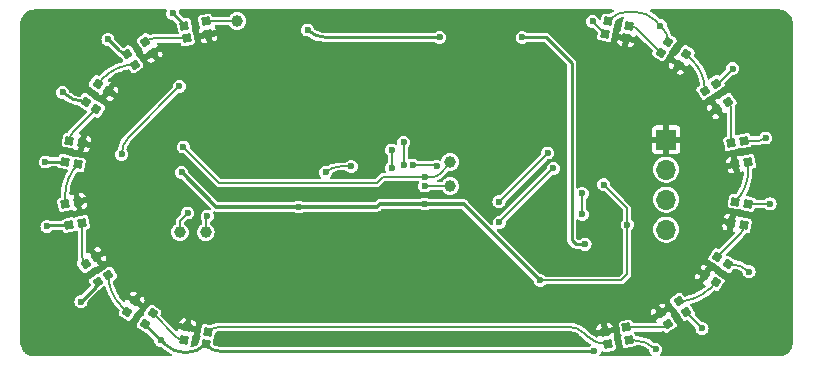
<source format=gbr>
%TF.GenerationSoftware,KiCad,Pcbnew,8.0.0*%
%TF.CreationDate,2024-03-15T16:55:21-04:00*%
%TF.ProjectId,mainboard,6d61696e-626f-4617-9264-2e6b69636164,rev?*%
%TF.SameCoordinates,Original*%
%TF.FileFunction,Copper,L2,Bot*%
%TF.FilePolarity,Positive*%
%FSLAX46Y46*%
G04 Gerber Fmt 4.6, Leading zero omitted, Abs format (unit mm)*
G04 Created by KiCad (PCBNEW 8.0.0) date 2024-03-15 16:55:21*
%MOMM*%
%LPD*%
G01*
G04 APERTURE LIST*
G04 Aperture macros list*
%AMRotRect*
0 Rectangle, with rotation*
0 The origin of the aperture is its center*
0 $1 length*
0 $2 width*
0 $3 Rotation angle, in degrees counterclockwise*
0 Add horizontal line*
21,1,$1,$2,0,0,$3*%
G04 Aperture macros list end*
%TA.AperFunction,SMDPad,CuDef*%
%ADD10C,1.000000*%
%TD*%
%TA.AperFunction,ComponentPad*%
%ADD11R,1.700000X1.700000*%
%TD*%
%TA.AperFunction,ComponentPad*%
%ADD12O,1.700000X1.700000*%
%TD*%
%TA.AperFunction,SMDPad,CuDef*%
%ADD13RotRect,0.700000X0.700000X78.750000*%
%TD*%
%TA.AperFunction,SMDPad,CuDef*%
%ADD14RotRect,0.700000X0.700000X236.250000*%
%TD*%
%TA.AperFunction,SMDPad,CuDef*%
%ADD15RotRect,0.700000X0.700000X191.250000*%
%TD*%
%TA.AperFunction,SMDPad,CuDef*%
%ADD16RotRect,0.700000X0.700000X56.250000*%
%TD*%
%TA.AperFunction,SMDPad,CuDef*%
%ADD17RotRect,0.700000X0.700000X33.750000*%
%TD*%
%TA.AperFunction,SMDPad,CuDef*%
%ADD18RotRect,0.700000X0.700000X213.750000*%
%TD*%
%TA.AperFunction,SMDPad,CuDef*%
%ADD19RotRect,0.700000X0.700000X11.250000*%
%TD*%
%TA.AperFunction,SMDPad,CuDef*%
%ADD20RotRect,0.700000X0.700000X258.750000*%
%TD*%
%TA.AperFunction,SMDPad,CuDef*%
%ADD21RotRect,0.700000X0.700000X168.750000*%
%TD*%
%TA.AperFunction,SMDPad,CuDef*%
%ADD22RotRect,0.700000X0.700000X348.750000*%
%TD*%
%TA.AperFunction,SMDPad,CuDef*%
%ADD23RotRect,0.700000X0.700000X146.250000*%
%TD*%
%TA.AperFunction,SMDPad,CuDef*%
%ADD24RotRect,0.700000X0.700000X303.750000*%
%TD*%
%TA.AperFunction,SMDPad,CuDef*%
%ADD25RotRect,0.700000X0.700000X281.250000*%
%TD*%
%TA.AperFunction,SMDPad,CuDef*%
%ADD26RotRect,0.700000X0.700000X326.250000*%
%TD*%
%TA.AperFunction,SMDPad,CuDef*%
%ADD27RotRect,0.700000X0.700000X123.750000*%
%TD*%
%TA.AperFunction,SMDPad,CuDef*%
%ADD28RotRect,0.700000X0.700000X101.250000*%
%TD*%
%TA.AperFunction,ViaPad*%
%ADD29C,0.600000*%
%TD*%
%TA.AperFunction,Conductor*%
%ADD30C,0.200000*%
%TD*%
%TA.AperFunction,Conductor*%
%ADD31C,0.300000*%
%TD*%
%TA.AperFunction,Conductor*%
%ADD32C,0.150000*%
%TD*%
%TA.AperFunction,Conductor*%
%ADD33C,0.250000*%
%TD*%
G04 APERTURE END LIST*
D10*
%TO.P,REF\u002A\u002A,1*%
%TO.N,N/C*%
X171323000Y-77470000D03*
%TD*%
D11*
%TO.P,J1,1,Pin_1*%
%TO.N,GND*%
X207645000Y-87513000D03*
D12*
%TO.P,J1,2,Pin_2*%
%TO.N,SWCLK*%
X207645000Y-90053000D03*
%TO.P,J1,3,Pin_3*%
%TO.N,SWDIO*%
X207645000Y-92593000D03*
%TO.P,J1,4,Pin_4*%
%TO.N,VBUS*%
X207645000Y-95133000D03*
%TD*%
D13*
%TO.P,REF\u002A\u002A12,1*%
%TO.N,N/C*%
X214228924Y-94767471D03*
%TO.P,REF\u002A\u002A12,2*%
%TO.N,GND*%
X213150060Y-94552872D03*
%TO.P,REF\u002A\u002A12,3*%
%TO.N,N/C*%
X213507076Y-92758035D03*
%TO.P,REF\u002A\u002A12,4*%
%TO.N,/LED_PWR*%
X214585940Y-92972634D03*
%TD*%
D14*
%TO.P,REF\u002A\u002A5,1*%
%TO.N,N/C*%
X159503199Y-82783353D03*
%TO.P,REF\u002A\u002A5,2*%
%TO.N,GND*%
X160417816Y-83394480D03*
%TO.P,REF\u002A\u002A5,3*%
%TO.N,N/C*%
X159401123Y-84916069D03*
%TO.P,REF\u002A\u002A5,4*%
%TO.N,/LED_PWR*%
X158486506Y-84304942D03*
%TD*%
D10*
%TO.P,TP15,1,1*%
%TO.N,TSC_G2_IO2*%
X166469400Y-95361000D03*
%TD*%
D15*
%TO.P,REF\u002A\u002A7,1*%
%TO.N,N/C*%
X168647578Y-77515531D03*
%TO.P,REF\u002A\u002A7,2*%
%TO.N,GND*%
X168862177Y-78594395D03*
%TO.P,REF\u002A\u002A7,3*%
%TO.N,N/C*%
X167067340Y-78951411D03*
%TO.P,REF\u002A\u002A7,4*%
%TO.N,/LED_PWR*%
X166852741Y-77872547D03*
%TD*%
D10*
%TO.P,TP7,1,1*%
%TO.N,IMU_INT1*%
X189357000Y-89408000D03*
%TD*%
D16*
%TO.P,REF\u002A\u002A13,1*%
%TO.N,N/C*%
X211844801Y-99590330D03*
%TO.P,REF\u002A\u002A13,2*%
%TO.N,GND*%
X210930184Y-98979203D03*
%TO.P,REF\u002A\u002A13,3*%
%TO.N,N/C*%
X211946877Y-97457614D03*
%TO.P,REF\u002A\u002A13,4*%
%TO.N,/LED_PWR*%
X212861494Y-98068741D03*
%TD*%
D17*
%TO.P,REF\u002A\u002A14,1*%
%TO.N,N/C*%
X207796528Y-103133705D03*
%TO.P,REF\u002A\u002A14,2*%
%TO.N,GND*%
X207185402Y-102219088D03*
%TO.P,REF\u002A\u002A14,3*%
%TO.N,N/C*%
X208706990Y-101202395D03*
%TO.P,REF\u002A\u002A14,4*%
%TO.N,/LED_PWR*%
X209318116Y-102117012D03*
%TD*%
D18*
%TO.P,REF\u002A\u002A6,1*%
%TO.N,N/C*%
X163551472Y-79239978D03*
%TO.P,REF\u002A\u002A6,2*%
%TO.N,GND*%
X164162598Y-80154595D03*
%TO.P,REF\u002A\u002A6,3*%
%TO.N,N/C*%
X162641010Y-81171288D03*
%TO.P,REF\u002A\u002A6,4*%
%TO.N,/LED_PWR*%
X162029883Y-80256671D03*
%TD*%
D19*
%TO.P,REF\u002A\u002A15,1*%
%TO.N,N/C*%
X202700422Y-104858152D03*
%TO.P,REF\u002A\u002A15,2*%
%TO.N,GND*%
X202485823Y-103779288D03*
%TO.P,REF\u002A\u002A15,3*%
%TO.N,N/C*%
X204280660Y-103422272D03*
%TO.P,REF\u002A\u002A15,4*%
%TO.N,/LED_PWR*%
X204495259Y-104501136D03*
%TD*%
D20*
%TO.P,REF\u002A\u002A4,1*%
%TO.N,N/C*%
X157119076Y-87606212D03*
%TO.P,REF\u002A\u002A4,2*%
%TO.N,GND*%
X158197940Y-87820811D03*
%TO.P,REF\u002A\u002A4,3*%
%TO.N,N/C*%
X157840924Y-89615648D03*
%TO.P,REF\u002A\u002A4,4*%
%TO.N,/LED_PWR*%
X156762060Y-89401049D03*
%TD*%
D21*
%TO.P,REF\u002A\u002A8,1*%
%TO.N,N/C*%
X204495259Y-77870864D03*
%TO.P,REF\u002A\u002A8,2*%
%TO.N,GND*%
X204280660Y-78949728D03*
%TO.P,REF\u002A\u002A8,3*%
%TO.N,N/C*%
X202485823Y-78592712D03*
%TO.P,REF\u002A\u002A8,4*%
%TO.N,/LED_PWR*%
X202700422Y-77513848D03*
%TD*%
D22*
%TO.P,REF\u002A\u002A,1*%
%TO.N,N/C*%
X166852741Y-104502819D03*
%TO.P,REF\u002A\u002A,2*%
%TO.N,GND*%
X167067340Y-103423955D03*
%TO.P,REF\u002A\u002A,3*%
%TO.N,N/C*%
X168862177Y-103780971D03*
%TO.P,REF\u002A\u002A,4*%
%TO.N,/LED_PWR*%
X168647578Y-104859835D03*
%TD*%
D23*
%TO.P,REF\u002A\u002A9,1*%
%TO.N,N/C*%
X209318118Y-80254987D03*
%TO.P,REF\u002A\u002A9,2*%
%TO.N,GND*%
X208706991Y-81169604D03*
%TO.P,REF\u002A\u002A9,3*%
%TO.N,N/C*%
X207185402Y-80152911D03*
%TO.P,REF\u002A\u002A9,4*%
%TO.N,/LED_PWR*%
X207796529Y-79238294D03*
%TD*%
D24*
%TO.P,REF\u002A\u002A2,1*%
%TO.N,N/C*%
X158486507Y-98070423D03*
%TO.P,REF\u002A\u002A2,2*%
%TO.N,GND*%
X159401124Y-97459297D03*
%TO.P,REF\u002A\u002A2,3*%
%TO.N,N/C*%
X160417817Y-98980885D03*
%TO.P,REF\u002A\u002A2,4*%
%TO.N,/LED_PWR*%
X159503200Y-99592012D03*
%TD*%
D25*
%TO.P,REF\u002A\u002A3,1*%
%TO.N,N/C*%
X156762060Y-92974317D03*
%TO.P,REF\u002A\u002A3,2*%
%TO.N,GND*%
X157840924Y-92759718D03*
%TO.P,REF\u002A\u002A3,3*%
%TO.N,N/C*%
X158197940Y-94554555D03*
%TO.P,REF\u002A\u002A3,4*%
%TO.N,/LED_PWR*%
X157119076Y-94769154D03*
%TD*%
D10*
%TO.P,TP14,1,1*%
%TO.N,TSC_G2_IO1*%
X168656000Y-95377000D03*
%TD*%
D26*
%TO.P,REF\u002A\u002A1,1*%
%TO.N,N/C*%
X162029882Y-102118696D03*
%TO.P,REF\u002A\u002A1,2*%
%TO.N,GND*%
X162641009Y-101204079D03*
%TO.P,REF\u002A\u002A1,3*%
%TO.N,N/C*%
X164162598Y-102220772D03*
%TO.P,REF\u002A\u002A1,4*%
%TO.N,/LED_PWR*%
X163551471Y-103135389D03*
%TD*%
D27*
%TO.P,REF\u002A\u002A10,1*%
%TO.N,N/C*%
X212861493Y-84303260D03*
%TO.P,REF\u002A\u002A10,2*%
%TO.N,GND*%
X211946876Y-84914386D03*
%TO.P,REF\u002A\u002A10,3*%
%TO.N,N/C*%
X210930183Y-83392798D03*
%TO.P,REF\u002A\u002A10,4*%
%TO.N,/LED_PWR*%
X211844800Y-82781672D03*
%TD*%
D10*
%TO.P,TP8,1,1*%
%TO.N,IMU_INT2*%
X189357000Y-91440000D03*
%TD*%
D28*
%TO.P,REF\u002A\u002A11,1*%
%TO.N,N/C*%
X214585940Y-89399366D03*
%TO.P,REF\u002A\u002A11,2*%
%TO.N,GND*%
X213507076Y-89613965D03*
%TO.P,REF\u002A\u002A11,3*%
%TO.N,N/C*%
X213150060Y-87819128D03*
%TO.P,REF\u002A\u002A11,4*%
%TO.N,/LED_PWR*%
X214228924Y-87604529D03*
%TD*%
D29*
%TO.N,*%
X201422000Y-77513848D03*
%TO.N,SWDIO*%
X198094600Y-89941400D03*
X193522600Y-94513400D03*
%TO.N,SWCLK*%
X193484500Y-92773500D03*
X197612000Y-88646000D03*
%TO.N,GND*%
X182753000Y-87630000D03*
X211531200Y-95935800D03*
X200406000Y-78867000D03*
X169926000Y-78740000D03*
X212090000Y-86741000D03*
X209931000Y-105283000D03*
X159385000Y-86614000D03*
X173736000Y-92075000D03*
X161798000Y-82423000D03*
X170434000Y-89535000D03*
X165862000Y-79756000D03*
X170053000Y-84709000D03*
X209550000Y-99949000D03*
X173990000Y-94488000D03*
X198374000Y-104140000D03*
X214376000Y-85852000D03*
X176149000Y-89408000D03*
X165862000Y-93980000D03*
X182880000Y-78105000D03*
X178435000Y-94361000D03*
X183007000Y-91948000D03*
X172618400Y-98933000D03*
X185674000Y-104140000D03*
X155956000Y-91694000D03*
X159639000Y-95631000D03*
X211074000Y-101600000D03*
X160401000Y-101854000D03*
X169799000Y-98044000D03*
X201676000Y-87757000D03*
X164592000Y-78105000D03*
X209296000Y-82804000D03*
X196469000Y-88138000D03*
X169672000Y-92202000D03*
X158750000Y-91186000D03*
X201041000Y-90398600D03*
X161671000Y-99949000D03*
X166878000Y-84328000D03*
X188849000Y-98704400D03*
X183007000Y-95377000D03*
X170053000Y-82169000D03*
X159893000Y-81026000D03*
X205232000Y-91186000D03*
X205359000Y-96520000D03*
X173609000Y-104140000D03*
X178181000Y-81915000D03*
X156972000Y-85979000D03*
X211328000Y-80772000D03*
X215519000Y-91186000D03*
X159512000Y-92938600D03*
X190373000Y-94361000D03*
X198755000Y-90678000D03*
X165735000Y-102235000D03*
X201803000Y-93548200D03*
X191770000Y-92583000D03*
X199644000Y-100584000D03*
X156972000Y-96774000D03*
X196342000Y-93091000D03*
X205486000Y-93853000D03*
X198196200Y-94742000D03*
X205359000Y-80137000D03*
X177698400Y-96266000D03*
X165481000Y-89027000D03*
X207899000Y-76962000D03*
X214376000Y-96901000D03*
X183134000Y-81661000D03*
X164084000Y-105410000D03*
%TO.N,+3V0*%
X187198000Y-92964000D03*
X166624000Y-90297000D03*
X204343000Y-94716600D03*
X176530000Y-93218000D03*
X202361800Y-91338400D03*
X196977000Y-99441000D03*
%TO.N,IMU_INT2*%
X187198000Y-91440000D03*
%TO.N,IMU_INT1*%
X187198000Y-90678000D03*
X166751000Y-88138000D03*
%TO.N,SDA*%
X200533000Y-93853000D03*
X184404000Y-89916000D03*
X200533000Y-92075000D03*
X184404000Y-88392000D03*
%TO.N,TSC_G2_IO1*%
X168783000Y-93980000D03*
%TO.N,TSC_G2_IO2*%
X167132000Y-93726000D03*
%TO.N,LEDPowerCtrl*%
X166433500Y-82994500D03*
X161544000Y-88773000D03*
%TO.N,Net-(U3-SA0{slash}SDO)*%
X185420000Y-87757000D03*
X185420000Y-89662000D03*
%TO.N,Net-(U3-~{CS})*%
X186182000Y-89662000D03*
X188214000Y-89789000D03*
%TO.N,+BATT*%
X200764800Y-96370800D03*
X177292000Y-78232000D03*
X188468000Y-78867000D03*
X195453000Y-78867000D03*
%TO.N,/LED_PWR*%
X156531891Y-83506891D03*
X210676894Y-103488894D03*
X201549000Y-105410000D03*
X216073072Y-87376000D03*
X214652510Y-98701510D03*
X158088617Y-101245383D03*
X216435539Y-92964000D03*
X155215380Y-94869000D03*
X165862000Y-76835000D03*
X207157880Y-77870864D03*
X160376568Y-79018432D03*
X155067000Y-89408000D03*
X213260475Y-81506525D03*
X206756000Y-105284498D03*
X164846000Y-104501136D03*
%TO.N,ALVCC*%
X180975000Y-89789000D03*
X178816000Y-90297000D03*
%TD*%
D30*
%TO.N,*%
X168647578Y-77515531D02*
X168711968Y-77515531D01*
X168711968Y-77515531D02*
X168757499Y-77470000D01*
X168757499Y-77470000D02*
X171323000Y-77470000D01*
X209318118Y-80254987D02*
X209851318Y-80788187D01*
X214585940Y-89399366D02*
X214585940Y-90153427D01*
X205191923Y-78159431D02*
X207185402Y-80152911D01*
X213940357Y-95464135D02*
X211946877Y-97457614D01*
X202485823Y-78592712D02*
X201432636Y-77539525D01*
X158197940Y-97373761D02*
X158197940Y-94554555D01*
X159503199Y-82783353D02*
X160036399Y-82250153D01*
X207099866Y-103422272D02*
X204280660Y-103422272D01*
X166156077Y-104214252D02*
X164162598Y-102220772D01*
X164248134Y-78951411D02*
X167067340Y-78951411D01*
X162029882Y-102118696D02*
X161496682Y-101585496D01*
X200876771Y-104102771D02*
X200660000Y-103886000D01*
X157407643Y-86909548D02*
X159401123Y-84916069D01*
X213150060Y-84999922D02*
X213150060Y-87819128D01*
X211844801Y-99590330D02*
X211311601Y-100123530D01*
X199433580Y-103378000D02*
X169835035Y-103378000D01*
X156762060Y-92974317D02*
X156762060Y-92220256D01*
X214585940Y-90153427D02*
G75*
G02*
X213507056Y-92758015I-3683440J27D01*
G01*
X166852741Y-104502819D02*
G75*
G02*
X166156059Y-104214270I-41J985219D01*
G01*
X157119076Y-87606212D02*
G75*
G02*
X157407639Y-86909544I985224J12D01*
G01*
X209851318Y-80788187D02*
G75*
G02*
X210930182Y-83392798I-2604618J-2604613D01*
G01*
X160036399Y-82250153D02*
G75*
G02*
X162641010Y-81171306I2604601J-2604647D01*
G01*
X204495259Y-77870864D02*
G75*
G02*
X205191944Y-78159410I41J-985236D01*
G01*
X200660000Y-103886000D02*
G75*
G03*
X199433580Y-103378009I-1226400J-1226400D01*
G01*
X158486507Y-98070423D02*
G75*
G02*
X158197977Y-97373761I696693J696623D01*
G01*
X201432636Y-77539525D02*
G75*
G02*
X201421963Y-77513848I25664J25725D01*
G01*
X163551472Y-79239978D02*
G75*
G02*
X164248134Y-78951424I696628J-696622D01*
G01*
X207796528Y-103133705D02*
G75*
G02*
X207099866Y-103422235I-696628J696705D01*
G01*
X212861493Y-84303260D02*
G75*
G02*
X213150035Y-84999922I-696693J-696640D01*
G01*
X156762060Y-92220256D02*
G75*
G02*
X157840953Y-89615677I3683440J-44D01*
G01*
X202700422Y-104858152D02*
G75*
G02*
X200876756Y-104102786I-22J2579052D01*
G01*
X214228924Y-94767471D02*
G75*
G02*
X213940370Y-95464148I-985224J-29D01*
G01*
X211311601Y-100123530D02*
G75*
G02*
X208706990Y-101202382I-2604601J2604630D01*
G01*
X169835035Y-103378000D02*
G75*
G03*
X168862165Y-103780959I-35J-1375800D01*
G01*
X161496682Y-101585496D02*
G75*
G02*
X160417830Y-98980885I2604618J2604596D01*
G01*
%TO.N,SWDIO*%
X193522600Y-94513400D02*
X198094600Y-89941400D01*
%TO.N,SWCLK*%
X197612000Y-88646000D02*
X193484500Y-92773500D01*
D31*
%TO.N,GND*%
X164162599Y-80154595D02*
G75*
G02*
X164275257Y-80201265I1J-159305D01*
G01*
X162641009Y-101204079D02*
G75*
G02*
X162687743Y-101091262I159591J-21D01*
G01*
%TO.N,+3V0*%
X169545000Y-93218000D02*
X166624000Y-90297000D01*
X187198000Y-92964000D02*
X183388000Y-92964000D01*
X183134000Y-93218000D02*
X176911000Y-93218000D01*
D32*
X204343000Y-94716600D02*
X204343000Y-93319600D01*
D31*
X183388000Y-92964000D02*
X183134000Y-93218000D01*
X196977000Y-99441000D02*
X190500000Y-92964000D01*
X190500000Y-92964000D02*
X187198000Y-92964000D01*
D32*
X204343000Y-98933000D02*
X203835000Y-99441000D01*
X204343000Y-93319600D02*
X202361800Y-91338400D01*
D31*
X176911000Y-93218000D02*
X176530000Y-93218000D01*
X176530000Y-93218000D02*
X169545000Y-93218000D01*
D32*
X203835000Y-99441000D02*
X196977000Y-99441000D01*
X204343000Y-94716600D02*
X204343000Y-98933000D01*
%TO.N,IMU_INT2*%
X187198000Y-91440000D02*
X189357000Y-91440000D01*
%TO.N,IMU_INT1*%
X169799000Y-91186000D02*
X166751000Y-88138000D01*
X188468000Y-90424000D02*
X189267197Y-89624803D01*
X183134000Y-91186000D02*
X169799000Y-91186000D01*
X187198000Y-90678000D02*
X187854790Y-90678000D01*
X183642000Y-90678000D02*
X183134000Y-91186000D01*
X187198000Y-90678000D02*
X183642000Y-90678000D01*
X187854790Y-90678000D02*
G75*
G03*
X188468003Y-90424003I10J867200D01*
G01*
X189267197Y-89624803D02*
G75*
G03*
X189357001Y-89408000I-216797J216803D01*
G01*
%TO.N,SDA*%
X184404000Y-89916000D02*
X184404000Y-88392000D01*
X200533000Y-93853000D02*
X200533000Y-92075000D01*
D30*
%TO.N,TSC_G2_IO1*%
X168783000Y-93980000D02*
X168656000Y-94107000D01*
X168656000Y-94107000D02*
X168656000Y-95377000D01*
D32*
%TO.N,TSC_G2_IO2*%
X166469400Y-94388600D02*
X166469400Y-95361000D01*
X167132000Y-93726000D02*
X166469400Y-94388600D01*
D30*
%TO.N,LEDPowerCtrl*%
X166433500Y-82994500D02*
X162172618Y-87255382D01*
X162172618Y-87255382D02*
G75*
G03*
X161544019Y-88773000I1517682J-1517618D01*
G01*
%TO.N,Net-(U3-SA0{slash}SDO)*%
X185420000Y-89662000D02*
X185420000Y-87757000D01*
D32*
%TO.N,Net-(U3-~{CS})*%
X188087000Y-89662000D02*
X188214000Y-89789000D01*
X186182000Y-89662000D02*
X188087000Y-89662000D01*
D33*
%TO.N,+BATT*%
X200764800Y-96370800D02*
X200002800Y-96370800D01*
X179100815Y-78867000D02*
X178825025Y-78867000D01*
X188468000Y-78867000D02*
X179100815Y-78867000D01*
X199644000Y-96012000D02*
X199644000Y-81026000D01*
X197485000Y-78867000D02*
X195453000Y-78867000D01*
X200002800Y-96370800D02*
X199644000Y-96012000D01*
X199644000Y-81026000D02*
X197485000Y-78867000D01*
X178825025Y-78867000D02*
G75*
G02*
X177291992Y-78232008I-25J2168000D01*
G01*
%TO.N,/LED_PWR*%
X165177490Y-104832625D02*
X164846000Y-104501136D01*
X168647578Y-104859835D02*
X168789912Y-105002168D01*
X161321304Y-79963168D02*
X160376568Y-79018432D01*
D30*
X207281203Y-77994187D02*
X207157880Y-77870864D01*
D33*
X158486506Y-84304942D02*
X158458556Y-84304942D01*
X163601830Y-103256965D02*
X164846000Y-104501136D01*
D30*
X212861494Y-98068741D02*
X213124871Y-98068741D01*
D33*
X166819644Y-77792644D02*
X165862000Y-76835000D01*
X157119076Y-94769154D02*
X155456429Y-94769154D01*
X167012758Y-105537000D02*
X166878000Y-105537000D01*
D30*
X214585940Y-92972634D02*
X216414695Y-92972634D01*
D33*
X159334351Y-99999648D02*
X158088617Y-101245383D01*
D30*
X212084698Y-82682302D02*
X213260475Y-81506525D01*
X202700422Y-77513848D02*
X202914612Y-77299658D01*
X204350478Y-76708000D02*
X205047558Y-76707996D01*
D33*
X156762060Y-89401049D02*
X155083781Y-89401049D01*
D30*
X214228924Y-87604529D02*
X215521355Y-87604529D01*
X209318117Y-102117012D02*
X210667627Y-103466522D01*
X204495259Y-104501136D02*
X204864797Y-104501136D01*
D33*
X201549000Y-105410000D02*
X169774510Y-105410000D01*
D30*
X207157880Y-77870864D02*
X206664922Y-77377916D01*
X204343000Y-76708000D02*
X204350478Y-76708000D01*
X202914612Y-77299658D02*
G75*
G02*
X204343000Y-76707987I1428388J-1428342D01*
G01*
D33*
X169774510Y-105410000D02*
G75*
G02*
X168789915Y-105002165I-10J1392400D01*
G01*
X162029883Y-80256671D02*
G75*
G02*
X161321315Y-79963157I17J1002071D01*
G01*
D30*
X211844800Y-82781671D02*
G75*
G03*
X212084699Y-82682303I0J339271D01*
G01*
X210667627Y-103466522D02*
G75*
G02*
X210676911Y-103488894I-22327J-22378D01*
G01*
X213124871Y-98068741D02*
G75*
G02*
X214652514Y-98701506I29J-2160359D01*
G01*
D33*
X159503200Y-99592012D02*
G75*
G02*
X159334349Y-99999646I-576500J12D01*
G01*
X155083781Y-89401049D02*
G75*
G03*
X155067006Y-89408006I19J-23751D01*
G01*
X158458556Y-84304942D02*
G75*
G02*
X156531907Y-83506875I44J2724742D01*
G01*
D30*
X204864797Y-104501136D02*
G75*
G02*
X206756001Y-105284497I3J-2674564D01*
G01*
X215521355Y-87604529D02*
G75*
G03*
X216073091Y-87376019I45J780229D01*
G01*
X216414695Y-92972634D02*
G75*
G03*
X216435532Y-92963993I5J29434D01*
G01*
X205047558Y-76707996D02*
G75*
G02*
X206664937Y-77377901I42J-2287304D01*
G01*
X207796529Y-79238294D02*
G75*
G03*
X207281199Y-77994191I-1759429J-6D01*
G01*
D33*
X155456429Y-94769154D02*
G75*
G03*
X155215375Y-94868995I-29J-340846D01*
G01*
X166852741Y-77872547D02*
G75*
G03*
X166819676Y-77792612I-113041J47D01*
G01*
X166878000Y-105537000D02*
G75*
G02*
X165177486Y-104832629I0J2404900D01*
G01*
X168647578Y-104859835D02*
G75*
G02*
X167012758Y-105536965I-1634778J1634835D01*
G01*
X163551471Y-103135389D02*
G75*
G03*
X163601825Y-103256970I171929J-11D01*
G01*
D32*
%TO.N,ALVCC*%
X180975000Y-89789000D02*
X180042420Y-89789000D01*
X180042420Y-89789000D02*
G75*
G03*
X178815994Y-90296994I-20J-1734400D01*
G01*
%TD*%
%TA.AperFunction,Conductor*%
%TO.N,GND*%
G36*
X165314725Y-76519407D02*
G01*
X165350689Y-76568907D01*
X165350689Y-76630093D01*
X165348004Y-76637368D01*
X165328970Y-76683325D01*
X165325669Y-76691294D01*
X165306750Y-76834999D01*
X165306750Y-76835000D01*
X165325669Y-76978708D01*
X165325670Y-76978709D01*
X165381038Y-77112383D01*
X165381139Y-77112625D01*
X165469379Y-77227621D01*
X165584375Y-77315861D01*
X165718291Y-77371330D01*
X165856564Y-77389534D01*
X165911789Y-77415875D01*
X165913646Y-77417683D01*
X166187450Y-77691487D01*
X166214543Y-77742176D01*
X166335791Y-78351725D01*
X166336875Y-78357172D01*
X166336875Y-78357174D01*
X166365382Y-78425997D01*
X166365383Y-78425998D01*
X166365384Y-78426000D01*
X166371293Y-78431909D01*
X166399069Y-78486424D01*
X166389498Y-78546856D01*
X166346233Y-78590121D01*
X166301288Y-78600911D01*
X164195870Y-78600911D01*
X164195696Y-78600921D01*
X164160591Y-78600921D01*
X163987003Y-78623770D01*
X163987001Y-78623770D01*
X163986996Y-78623771D01*
X163986993Y-78623771D01*
X163986980Y-78623774D01*
X163949460Y-78633827D01*
X163888359Y-78630623D01*
X163846973Y-78597545D01*
X163845700Y-78598591D01*
X163842614Y-78594831D01*
X163842612Y-78594828D01*
X163789934Y-78542151D01*
X163697864Y-78504013D01*
X163697862Y-78504013D01*
X163598209Y-78504013D01*
X163598209Y-78504014D01*
X163529386Y-78532520D01*
X163529369Y-78532529D01*
X162906325Y-78948834D01*
X162906323Y-78948836D01*
X162853646Y-79001514D01*
X162853645Y-79001515D01*
X162853645Y-79001516D01*
X162849837Y-79010709D01*
X162815507Y-79093586D01*
X162815507Y-79193240D01*
X162844014Y-79262063D01*
X162844023Y-79262080D01*
X163260328Y-79885124D01*
X163260330Y-79885126D01*
X163301599Y-79926394D01*
X163329377Y-79980910D01*
X163328694Y-80015709D01*
X163322464Y-80047030D01*
X163338110Y-80162787D01*
X163338111Y-80162790D01*
X163367665Y-80224862D01*
X163441675Y-80335625D01*
X163609380Y-80223569D01*
X164509358Y-80223569D01*
X164759364Y-80597729D01*
X164870130Y-80523718D01*
X164921191Y-80477680D01*
X164979939Y-80376731D01*
X164979942Y-80376724D01*
X165002730Y-80262157D01*
X164987085Y-80146402D01*
X164987084Y-80146399D01*
X164957530Y-80084327D01*
X164883519Y-79973563D01*
X164509358Y-80223569D01*
X163609380Y-80223569D01*
X163918365Y-80017114D01*
X164605732Y-79557828D01*
X164605733Y-79557827D01*
X164537635Y-79455913D01*
X164521026Y-79397025D01*
X164542203Y-79339621D01*
X164593077Y-79305628D01*
X164619950Y-79301911D01*
X166443547Y-79301911D01*
X166501738Y-79320818D01*
X166537702Y-79370318D01*
X166540645Y-79381596D01*
X166551474Y-79436038D01*
X166579982Y-79504863D01*
X166650447Y-79575330D01*
X166650450Y-79575333D01*
X166742517Y-79613468D01*
X166742519Y-79613468D01*
X166817016Y-79613468D01*
X166817017Y-79613468D01*
X167551966Y-79467277D01*
X167620793Y-79438768D01*
X167691261Y-79368302D01*
X167693297Y-79363387D01*
X167729397Y-79276233D01*
X167729397Y-79201735D01*
X167729396Y-79201731D01*
X167684526Y-78976154D01*
X168224400Y-78976154D01*
X168250390Y-79106813D01*
X168273384Y-79171605D01*
X168273385Y-79171606D01*
X168344168Y-79264514D01*
X168344171Y-79264516D01*
X168441297Y-79329414D01*
X168441302Y-79329416D01*
X168554223Y-79359256D01*
X168554227Y-79359257D01*
X168622885Y-79355707D01*
X168753543Y-79329717D01*
X168753543Y-79329716D01*
X168665753Y-78888363D01*
X168665752Y-78888363D01*
X168224400Y-78976153D01*
X168224400Y-78976154D01*
X167684526Y-78976154D01*
X167647660Y-78790818D01*
X169156145Y-78790818D01*
X169243935Y-79232170D01*
X169374593Y-79206182D01*
X169439387Y-79183187D01*
X169439388Y-79183186D01*
X169532296Y-79112403D01*
X169532298Y-79112400D01*
X169597196Y-79015274D01*
X169597198Y-79015269D01*
X169627038Y-78902348D01*
X169627039Y-78902344D01*
X169623488Y-78833686D01*
X169597499Y-78703027D01*
X169597498Y-78703027D01*
X169156145Y-78790817D01*
X169156145Y-78790818D01*
X167647660Y-78790818D01*
X167583206Y-78466785D01*
X167554697Y-78397958D01*
X167514506Y-78357766D01*
X167486730Y-78303250D01*
X167493046Y-78249881D01*
X167514798Y-78197368D01*
X167514798Y-78122870D01*
X167368607Y-77387921D01*
X167340098Y-77319094D01*
X167286216Y-77265210D01*
X167985521Y-77265210D01*
X168074537Y-77712722D01*
X168131377Y-77998475D01*
X168131712Y-78000156D01*
X168131712Y-78000158D01*
X168154046Y-78054077D01*
X168158846Y-78115074D01*
X168144899Y-78146961D01*
X168127159Y-78173512D01*
X168127155Y-78173520D01*
X168097315Y-78286441D01*
X168097314Y-78286445D01*
X168100865Y-78355103D01*
X168126854Y-78485761D01*
X168568259Y-78397961D01*
X168568273Y-78397958D01*
X169058601Y-78300426D01*
X169402598Y-78232000D01*
X176736750Y-78232000D01*
X176755669Y-78375708D01*
X176755670Y-78375709D01*
X176808116Y-78502328D01*
X176811139Y-78509625D01*
X176899379Y-78624621D01*
X177014375Y-78712861D01*
X177148291Y-78768330D01*
X177292000Y-78787250D01*
X177319209Y-78783667D01*
X177379368Y-78794816D01*
X177384803Y-78797994D01*
X177592732Y-78928645D01*
X177678528Y-78969961D01*
X177850124Y-79052596D01*
X178119777Y-79146950D01*
X178398299Y-79210518D01*
X178682187Y-79242502D01*
X178825029Y-79242500D01*
X179051380Y-79242500D01*
X188019461Y-79242500D01*
X188077652Y-79261407D01*
X188079685Y-79262925D01*
X188190375Y-79347861D01*
X188324291Y-79403330D01*
X188468000Y-79422250D01*
X188611709Y-79403330D01*
X188745625Y-79347861D01*
X188860621Y-79259621D01*
X188948861Y-79144625D01*
X189004330Y-79010709D01*
X189023250Y-78867000D01*
X194897750Y-78867000D01*
X194916669Y-79010708D01*
X194916670Y-79010709D01*
X194957207Y-79108577D01*
X194972139Y-79144625D01*
X195060379Y-79259621D01*
X195175375Y-79347861D01*
X195309291Y-79403330D01*
X195453000Y-79422250D01*
X195596709Y-79403330D01*
X195730625Y-79347861D01*
X195841273Y-79262957D01*
X195898947Y-79242534D01*
X195901539Y-79242500D01*
X197288455Y-79242500D01*
X197346646Y-79261407D01*
X197358459Y-79271496D01*
X199239504Y-81152541D01*
X199267281Y-81207058D01*
X199268500Y-81222545D01*
X199268500Y-96061435D01*
X199284822Y-96122348D01*
X199294091Y-96156942D01*
X199333884Y-96225864D01*
X199343522Y-96242558D01*
X199343526Y-96242563D01*
X199772237Y-96671275D01*
X199815047Y-96695990D01*
X199815049Y-96695992D01*
X199815050Y-96695992D01*
X199857862Y-96720710D01*
X199901390Y-96732374D01*
X199901393Y-96732374D01*
X199953364Y-96746300D01*
X199953365Y-96746300D01*
X200316261Y-96746300D01*
X200374452Y-96765207D01*
X200376485Y-96766725D01*
X200487175Y-96851661D01*
X200621091Y-96907130D01*
X200764800Y-96926050D01*
X200908509Y-96907130D01*
X201042425Y-96851661D01*
X201157421Y-96763421D01*
X201245661Y-96648425D01*
X201301130Y-96514509D01*
X201320050Y-96370800D01*
X201301130Y-96227091D01*
X201245661Y-96093175D01*
X201157421Y-95978179D01*
X201042425Y-95889939D01*
X201042421Y-95889937D01*
X200908509Y-95834470D01*
X200908508Y-95834469D01*
X200764800Y-95815550D01*
X200621091Y-95834469D01*
X200621090Y-95834470D01*
X200487178Y-95889937D01*
X200487174Y-95889939D01*
X200435946Y-95929248D01*
X200376526Y-95974842D01*
X200318853Y-95995266D01*
X200316261Y-95995300D01*
X200199346Y-95995300D01*
X200141155Y-95976393D01*
X200129342Y-95966304D01*
X200048496Y-95885458D01*
X200020719Y-95830941D01*
X200019500Y-95815454D01*
X200019500Y-94353619D01*
X200038407Y-94295428D01*
X200087907Y-94259464D01*
X200149093Y-94259464D01*
X200178768Y-94275078D01*
X200255369Y-94333857D01*
X200255371Y-94333858D01*
X200255375Y-94333861D01*
X200389291Y-94389330D01*
X200533000Y-94408250D01*
X200676709Y-94389330D01*
X200810625Y-94333861D01*
X200925621Y-94245621D01*
X201013861Y-94130625D01*
X201069330Y-93996709D01*
X201088250Y-93853000D01*
X201075259Y-93754329D01*
X201069330Y-93709291D01*
X201013861Y-93575375D01*
X200925621Y-93460379D01*
X200897231Y-93438594D01*
X200862576Y-93388168D01*
X200858500Y-93360053D01*
X200858500Y-92567946D01*
X200877407Y-92509755D01*
X200897233Y-92489404D01*
X200905394Y-92483142D01*
X200925621Y-92467621D01*
X201013861Y-92352625D01*
X201069330Y-92218709D01*
X201088250Y-92075000D01*
X201081627Y-92024698D01*
X201069330Y-91931291D01*
X201013861Y-91797375D01*
X200925621Y-91682379D01*
X200810625Y-91594139D01*
X200810621Y-91594137D01*
X200676709Y-91538670D01*
X200676708Y-91538669D01*
X200533000Y-91519750D01*
X200389291Y-91538669D01*
X200389290Y-91538670D01*
X200255378Y-91594137D01*
X200255370Y-91594142D01*
X200178767Y-91652922D01*
X200121092Y-91673346D01*
X200062426Y-91655969D01*
X200025179Y-91607427D01*
X200019500Y-91574380D01*
X200019500Y-90053000D01*
X206539785Y-90053000D01*
X206558603Y-90256083D01*
X206614418Y-90452250D01*
X206705327Y-90634821D01*
X206828236Y-90797579D01*
X206978959Y-90934981D01*
X207152363Y-91042348D01*
X207342544Y-91116024D01*
X207543024Y-91153500D01*
X207746976Y-91153500D01*
X207947456Y-91116024D01*
X208137637Y-91042348D01*
X208311041Y-90934981D01*
X208461764Y-90797579D01*
X208584673Y-90634821D01*
X208675582Y-90452250D01*
X208731397Y-90256083D01*
X208750215Y-90053000D01*
X208744908Y-89995724D01*
X212869299Y-89995724D01*
X212895289Y-90126383D01*
X212918283Y-90191175D01*
X212918284Y-90191176D01*
X212989067Y-90284084D01*
X212989070Y-90284086D01*
X213086196Y-90348984D01*
X213086201Y-90348986D01*
X213199122Y-90378826D01*
X213199126Y-90378827D01*
X213267784Y-90375277D01*
X213398442Y-90349287D01*
X213398442Y-90349286D01*
X213310652Y-89907933D01*
X213310651Y-89907933D01*
X212869299Y-89995723D01*
X212869299Y-89995724D01*
X208744908Y-89995724D01*
X208731397Y-89849917D01*
X208675582Y-89653750D01*
X208584673Y-89471179D01*
X208461764Y-89308421D01*
X208459125Y-89306015D01*
X212742213Y-89306015D01*
X212745764Y-89374673D01*
X212771753Y-89505331D01*
X213213106Y-89417540D01*
X213213106Y-89417537D01*
X213125316Y-88976188D01*
X213125315Y-88976188D01*
X212994658Y-89002177D01*
X212929865Y-89025172D01*
X212929864Y-89025173D01*
X212836956Y-89095956D01*
X212836954Y-89095959D01*
X212772056Y-89193085D01*
X212772054Y-89193090D01*
X212742214Y-89306011D01*
X212742213Y-89306015D01*
X208459125Y-89306015D01*
X208311041Y-89171019D01*
X208137637Y-89063652D01*
X207947456Y-88989976D01*
X207947455Y-88989975D01*
X207947453Y-88989975D01*
X207746976Y-88952500D01*
X207543024Y-88952500D01*
X207342546Y-88989975D01*
X207311049Y-89002177D01*
X207152363Y-89063652D01*
X206978959Y-89171019D01*
X206828548Y-89308137D01*
X206828236Y-89308421D01*
X206807032Y-89336500D01*
X206705328Y-89471177D01*
X206705323Y-89471186D01*
X206614419Y-89653747D01*
X206614418Y-89653750D01*
X206558603Y-89849917D01*
X206539785Y-90053000D01*
X200019500Y-90053000D01*
X200019500Y-87262999D01*
X206445000Y-87262999D01*
X206445001Y-87263000D01*
X207211988Y-87263000D01*
X207179075Y-87320007D01*
X207145000Y-87447174D01*
X207145000Y-87578826D01*
X207179075Y-87705993D01*
X207211988Y-87763000D01*
X206445002Y-87763000D01*
X206445001Y-87763001D01*
X206445001Y-88396216D01*
X206454912Y-88464250D01*
X206506214Y-88569188D01*
X206588812Y-88651786D01*
X206693751Y-88703087D01*
X206761784Y-88712999D01*
X207394998Y-88712999D01*
X207395000Y-88712998D01*
X207395000Y-87946012D01*
X207452007Y-87978925D01*
X207579174Y-88013000D01*
X207710826Y-88013000D01*
X207837993Y-87978925D01*
X207895000Y-87946012D01*
X207895000Y-88712998D01*
X207895001Y-88712999D01*
X208528213Y-88712999D01*
X208528216Y-88712998D01*
X208596250Y-88703087D01*
X208701188Y-88651785D01*
X208783786Y-88569187D01*
X208835087Y-88464248D01*
X208845000Y-88396215D01*
X208845000Y-87763001D01*
X208844999Y-87763000D01*
X208078012Y-87763000D01*
X208110925Y-87705993D01*
X208145000Y-87578826D01*
X208145000Y-87447174D01*
X208110925Y-87320007D01*
X208078012Y-87263000D01*
X208844998Y-87263000D01*
X208844999Y-87262999D01*
X208844999Y-86629786D01*
X208844998Y-86629783D01*
X208835087Y-86561749D01*
X208783785Y-86456811D01*
X208701187Y-86374213D01*
X208596248Y-86322912D01*
X208528216Y-86313000D01*
X207895001Y-86313000D01*
X207895000Y-86313001D01*
X207895000Y-87079988D01*
X207837993Y-87047075D01*
X207710826Y-87013000D01*
X207579174Y-87013000D01*
X207452007Y-87047075D01*
X207395000Y-87079988D01*
X207395000Y-86313001D01*
X207394999Y-86313000D01*
X206761786Y-86313000D01*
X206761783Y-86313001D01*
X206693749Y-86322912D01*
X206588811Y-86374214D01*
X206506213Y-86456812D01*
X206454912Y-86561751D01*
X206445000Y-86629784D01*
X206445000Y-87262999D01*
X200019500Y-87262999D01*
X200019500Y-85511152D01*
X211503739Y-85511152D01*
X211577752Y-85621918D01*
X211623790Y-85672979D01*
X211724739Y-85731727D01*
X211724746Y-85731730D01*
X211839313Y-85754518D01*
X211955068Y-85738873D01*
X211955071Y-85738872D01*
X212017143Y-85709318D01*
X212127906Y-85635307D01*
X211877900Y-85261146D01*
X211503740Y-85511152D01*
X211503739Y-85511152D01*
X200019500Y-85511152D01*
X200019500Y-84806823D01*
X211106743Y-84806823D01*
X211122388Y-84922578D01*
X211122389Y-84922581D01*
X211151943Y-84984653D01*
X211225953Y-85095416D01*
X211600114Y-84845410D01*
X211350108Y-84471250D01*
X211239343Y-84545262D01*
X211188282Y-84591300D01*
X211129534Y-84692249D01*
X211129531Y-84692256D01*
X211106743Y-84806823D01*
X200019500Y-84806823D01*
X200019500Y-84193464D01*
X211765844Y-84193464D01*
X212015851Y-84567625D01*
X212015852Y-84567626D01*
X212543642Y-85357520D01*
X212645558Y-85289422D01*
X212704446Y-85272813D01*
X212761850Y-85293990D01*
X212795843Y-85344864D01*
X212799560Y-85371737D01*
X212799560Y-87195335D01*
X212780653Y-87253526D01*
X212731153Y-87289490D01*
X212719879Y-87292431D01*
X212698152Y-87296753D01*
X212665432Y-87303262D01*
X212596607Y-87331770D01*
X212526140Y-87402235D01*
X212526137Y-87402238D01*
X212488003Y-87494305D01*
X212488003Y-87568807D01*
X212585463Y-88058771D01*
X212633860Y-88302077D01*
X212634194Y-88303753D01*
X212634194Y-88303755D01*
X212662702Y-88372580D01*
X212733167Y-88443047D01*
X212733170Y-88443050D01*
X212825237Y-88481185D01*
X212825239Y-88481185D01*
X212899736Y-88481185D01*
X212899737Y-88481185D01*
X213634686Y-88334994D01*
X213703513Y-88306485D01*
X213743706Y-88266292D01*
X213798219Y-88238518D01*
X213851589Y-88244834D01*
X213872218Y-88253379D01*
X213904102Y-88266586D01*
X213904103Y-88266586D01*
X213978600Y-88266586D01*
X213978601Y-88266586D01*
X214713550Y-88120395D01*
X214782377Y-88091886D01*
X214852845Y-88021420D01*
X214852846Y-88021418D01*
X214855031Y-88016144D01*
X214894767Y-87969618D01*
X214946495Y-87955029D01*
X215573865Y-87955029D01*
X215574248Y-87955003D01*
X215610327Y-87955005D01*
X215786120Y-87927172D01*
X215851747Y-87905851D01*
X215912931Y-87905853D01*
X215920216Y-87908541D01*
X215929363Y-87912330D01*
X215929362Y-87912330D01*
X216073071Y-87931250D01*
X216073071Y-87931249D01*
X216073072Y-87931250D01*
X216216781Y-87912330D01*
X216350697Y-87856861D01*
X216465693Y-87768621D01*
X216553933Y-87653625D01*
X216609402Y-87519709D01*
X216628322Y-87376000D01*
X216609402Y-87232291D01*
X216553933Y-87098375D01*
X216465693Y-86983379D01*
X216350697Y-86895139D01*
X216350693Y-86895137D01*
X216216781Y-86839670D01*
X216216780Y-86839669D01*
X216073072Y-86820750D01*
X215929363Y-86839669D01*
X215929362Y-86839670D01*
X215795450Y-86895137D01*
X215795446Y-86895139D01*
X215680453Y-86983377D01*
X215680449Y-86983381D01*
X215592211Y-87098374D01*
X215592209Y-87098378D01*
X215553053Y-87192911D01*
X215513317Y-87239437D01*
X215473809Y-87250579D01*
X215474159Y-87252679D01*
X215474141Y-87252682D01*
X215463120Y-87253594D01*
X215461589Y-87254026D01*
X215457902Y-87254026D01*
X215457866Y-87254029D01*
X214852717Y-87254029D01*
X214794526Y-87235122D01*
X214758562Y-87185622D01*
X214755619Y-87174344D01*
X214750947Y-87150857D01*
X214744790Y-87119903D01*
X214716281Y-87051076D01*
X214645815Y-86980608D01*
X214645813Y-86980606D01*
X214553747Y-86942472D01*
X214553745Y-86942472D01*
X214479247Y-86942472D01*
X214479244Y-86942472D01*
X213744298Y-87088663D01*
X213744296Y-87088663D01*
X213675471Y-87117171D01*
X213669561Y-87123081D01*
X213615043Y-87150857D01*
X213554611Y-87141283D01*
X213511349Y-87098017D01*
X213500560Y-87053075D01*
X213500560Y-84947500D01*
X213500536Y-84947133D01*
X213500536Y-84938154D01*
X213500537Y-84912383D01*
X213477687Y-84738786D01*
X213467632Y-84701256D01*
X213470835Y-84640156D01*
X213503922Y-84598758D01*
X213502880Y-84597488D01*
X213506634Y-84594405D01*
X213506643Y-84594400D01*
X213559320Y-84541722D01*
X213597458Y-84449652D01*
X213597457Y-84349997D01*
X213568948Y-84281170D01*
X213568947Y-84281169D01*
X213568941Y-84281157D01*
X213152636Y-83658113D01*
X213152634Y-83658111D01*
X213099956Y-83605434D01*
X213099955Y-83605433D01*
X213007885Y-83567295D01*
X213007883Y-83567295D01*
X212908230Y-83567295D01*
X212908230Y-83567296D01*
X212839407Y-83595802D01*
X212839390Y-83595811D01*
X212216348Y-84012115D01*
X212216343Y-84012119D01*
X212216343Y-84012120D01*
X212190516Y-84037948D01*
X212175076Y-84053388D01*
X212120559Y-84081165D01*
X212085760Y-84080482D01*
X212054438Y-84074252D01*
X211938683Y-84089898D01*
X211938680Y-84089899D01*
X211876609Y-84119453D01*
X211876606Y-84119455D01*
X211765844Y-84193463D01*
X211765844Y-84193464D01*
X200019500Y-84193464D01*
X200019500Y-81890524D01*
X208525959Y-81890524D01*
X208636723Y-81964533D01*
X208698797Y-81994091D01*
X208814553Y-82009736D01*
X208929120Y-81986948D01*
X208929124Y-81986946D01*
X209030077Y-81928195D01*
X209030080Y-81928193D01*
X209076111Y-81877141D01*
X209076116Y-81877135D01*
X209150126Y-81766370D01*
X208775964Y-81516364D01*
X208775963Y-81516364D01*
X208525959Y-81890522D01*
X208525959Y-81890524D01*
X200019500Y-81890524D01*
X200019500Y-81277166D01*
X207866858Y-81277166D01*
X207889646Y-81391733D01*
X207889648Y-81391737D01*
X207948399Y-81492690D01*
X207948401Y-81492693D01*
X207999453Y-81538724D01*
X207999463Y-81538731D01*
X208110223Y-81612739D01*
X208360229Y-81238577D01*
X208360229Y-81238576D01*
X207986071Y-80988572D01*
X207986069Y-80988572D01*
X207912061Y-81099336D01*
X207882503Y-81161410D01*
X207866858Y-81277166D01*
X200019500Y-81277166D01*
X200019500Y-80976566D01*
X200018260Y-80971939D01*
X199993910Y-80881062D01*
X199993908Y-80881059D01*
X199993908Y-80881057D01*
X199944475Y-80795438D01*
X199874562Y-80725524D01*
X199874562Y-80725525D01*
X198834086Y-79685049D01*
X204389293Y-79685049D01*
X204519950Y-79711038D01*
X204588610Y-79714589D01*
X204588612Y-79714589D01*
X204701534Y-79684749D01*
X204701539Y-79684747D01*
X204798665Y-79619849D01*
X204798666Y-79619849D01*
X204869452Y-79526938D01*
X204892447Y-79462146D01*
X204918436Y-79331486D01*
X204477083Y-79243696D01*
X204477082Y-79243696D01*
X204389293Y-79685048D01*
X204389293Y-79685049D01*
X198834086Y-79685049D01*
X198406717Y-79257680D01*
X203515798Y-79257680D01*
X203545638Y-79370602D01*
X203545640Y-79370607D01*
X203610538Y-79467733D01*
X203610538Y-79467734D01*
X203703449Y-79538520D01*
X203768240Y-79561514D01*
X203898900Y-79587503D01*
X203986690Y-79146151D01*
X203986690Y-79146150D01*
X203545338Y-79058361D01*
X203519348Y-79189020D01*
X203515798Y-79257678D01*
X203515798Y-79257680D01*
X198406717Y-79257680D01*
X197715563Y-78566526D01*
X197715563Y-78566525D01*
X197629941Y-78517091D01*
X197629934Y-78517088D01*
X197574848Y-78502328D01*
X197574847Y-78502328D01*
X197534438Y-78491500D01*
X197534436Y-78491500D01*
X197534435Y-78491500D01*
X195901539Y-78491500D01*
X195843348Y-78472593D01*
X195841314Y-78471074D01*
X195730625Y-78386139D01*
X195730621Y-78386137D01*
X195596709Y-78330670D01*
X195596708Y-78330669D01*
X195453000Y-78311750D01*
X195309291Y-78330669D01*
X195309290Y-78330670D01*
X195175378Y-78386137D01*
X195175374Y-78386139D01*
X195060381Y-78474377D01*
X195060377Y-78474381D01*
X194972139Y-78589374D01*
X194972137Y-78589378D01*
X194916670Y-78723290D01*
X194916669Y-78723291D01*
X194897750Y-78866999D01*
X194897750Y-78867000D01*
X189023250Y-78867000D01*
X189010259Y-78768329D01*
X189004330Y-78723291D01*
X188948861Y-78589375D01*
X188860621Y-78474379D01*
X188745625Y-78386139D01*
X188745621Y-78386137D01*
X188611709Y-78330670D01*
X188611708Y-78330669D01*
X188468000Y-78311750D01*
X188324291Y-78330669D01*
X188324290Y-78330670D01*
X188190378Y-78386137D01*
X188190374Y-78386139D01*
X188142603Y-78422796D01*
X188079726Y-78471042D01*
X188022053Y-78491466D01*
X188019461Y-78491500D01*
X178828260Y-78491500D01*
X178821786Y-78491288D01*
X178597525Y-78476591D01*
X178584686Y-78474901D01*
X178367441Y-78431691D01*
X178354932Y-78428339D01*
X178145197Y-78357144D01*
X178133233Y-78352189D01*
X177934573Y-78254222D01*
X177923358Y-78247747D01*
X177879479Y-78218428D01*
X177841599Y-78170378D01*
X177836327Y-78149034D01*
X177828330Y-78088291D01*
X177772861Y-77954375D01*
X177684621Y-77839379D01*
X177569625Y-77751139D01*
X177569621Y-77751137D01*
X177435709Y-77695670D01*
X177435708Y-77695669D01*
X177292000Y-77676750D01*
X177148291Y-77695669D01*
X177148290Y-77695670D01*
X177014378Y-77751137D01*
X177014374Y-77751139D01*
X176899381Y-77839377D01*
X176899377Y-77839381D01*
X176811139Y-77954374D01*
X176811137Y-77954378D01*
X176755670Y-78088290D01*
X176755669Y-78088291D01*
X176736750Y-78231999D01*
X176736750Y-78232000D01*
X169402598Y-78232000D01*
X169499952Y-78212635D01*
X169499952Y-78212634D01*
X169473964Y-78081978D01*
X169450969Y-78017184D01*
X169450968Y-78017183D01*
X169422256Y-77979496D01*
X169402031Y-77921750D01*
X169419610Y-77863145D01*
X169468280Y-77826065D01*
X169501005Y-77820500D01*
X170602161Y-77820500D01*
X170660352Y-77839407D01*
X170685987Y-77866829D01*
X170732338Y-77940597D01*
X170732523Y-77940890D01*
X170852110Y-78060477D01*
X170852112Y-78060478D01*
X170852113Y-78060479D01*
X170992179Y-78148489D01*
X170995310Y-78150456D01*
X171006536Y-78154384D01*
X171154934Y-78206311D01*
X171154938Y-78206312D01*
X171154941Y-78206313D01*
X171154942Y-78206313D01*
X171154946Y-78206314D01*
X171322996Y-78225249D01*
X171323000Y-78225249D01*
X171323004Y-78225249D01*
X171491053Y-78206314D01*
X171491055Y-78206313D01*
X171491059Y-78206313D01*
X171650690Y-78150456D01*
X171793890Y-78060477D01*
X171913477Y-77940890D01*
X172003456Y-77797690D01*
X172059313Y-77638059D01*
X172059314Y-77638053D01*
X172078249Y-77470004D01*
X172078249Y-77469995D01*
X172059314Y-77301946D01*
X172059311Y-77301934D01*
X172026716Y-77208784D01*
X172003456Y-77142310D01*
X171993563Y-77126566D01*
X171913479Y-76999113D01*
X171913478Y-76999112D01*
X171913477Y-76999110D01*
X171793890Y-76879523D01*
X171793887Y-76879521D01*
X171793886Y-76879520D01*
X171650691Y-76789544D01*
X171491065Y-76733688D01*
X171491053Y-76733685D01*
X171323004Y-76714751D01*
X171322996Y-76714751D01*
X171154946Y-76733685D01*
X171154934Y-76733688D01*
X170995309Y-76789544D01*
X170995308Y-76789544D01*
X170852113Y-76879520D01*
X170732520Y-76999113D01*
X170685987Y-77073171D01*
X170639018Y-77112383D01*
X170602161Y-77119500D01*
X169262314Y-77119500D01*
X169204123Y-77100593D01*
X169168159Y-77051093D01*
X169165216Y-77039814D01*
X169163444Y-77030905D01*
X169134935Y-76962078D01*
X169064469Y-76891610D01*
X169064467Y-76891608D01*
X168972401Y-76853474D01*
X168972399Y-76853474D01*
X168897901Y-76853474D01*
X168897898Y-76853474D01*
X168162952Y-76999665D01*
X168162950Y-76999665D01*
X168094125Y-77028173D01*
X168023658Y-77098638D01*
X168023655Y-77098641D01*
X167985521Y-77190708D01*
X167985521Y-77265210D01*
X167286216Y-77265210D01*
X167269632Y-77248626D01*
X167269630Y-77248624D01*
X167177564Y-77210490D01*
X167177562Y-77210490D01*
X167103064Y-77210490D01*
X167103060Y-77210490D01*
X166875930Y-77255669D01*
X166815168Y-77248477D01*
X166786612Y-77228575D01*
X166444683Y-76886646D01*
X166416906Y-76832129D01*
X166416534Y-76829564D01*
X166403975Y-76734168D01*
X166398330Y-76691291D01*
X166376000Y-76637382D01*
X166371202Y-76576388D01*
X166403172Y-76524219D01*
X166459700Y-76500805D01*
X166467466Y-76500500D01*
X203088825Y-76500500D01*
X203147016Y-76519407D01*
X203182980Y-76568907D01*
X203182980Y-76630093D01*
X203147016Y-76679593D01*
X203141497Y-76683325D01*
X202969062Y-76791676D01*
X202969060Y-76791677D01*
X202841076Y-76893744D01*
X202783793Y-76915243D01*
X202760036Y-76913441D01*
X202450101Y-76851791D01*
X202450099Y-76851791D01*
X202375601Y-76851791D01*
X202375599Y-76851791D01*
X202283532Y-76889925D01*
X202283529Y-76889928D01*
X202213064Y-76960395D01*
X202184556Y-77029220D01*
X202184556Y-77029222D01*
X202129019Y-77308420D01*
X202099122Y-77361804D01*
X202043557Y-77387420D01*
X201983547Y-77375483D01*
X201942015Y-77330553D01*
X201940481Y-77327048D01*
X201902861Y-77236223D01*
X201814621Y-77121227D01*
X201699625Y-77032987D01*
X201699621Y-77032985D01*
X201565709Y-76977518D01*
X201565708Y-76977517D01*
X201422000Y-76958598D01*
X201278291Y-76977517D01*
X201278290Y-76977518D01*
X201144378Y-77032985D01*
X201144374Y-77032987D01*
X201029381Y-77121225D01*
X201029377Y-77121229D01*
X200941139Y-77236222D01*
X200941137Y-77236226D01*
X200885670Y-77370138D01*
X200885669Y-77370139D01*
X200866750Y-77513847D01*
X200866750Y-77513848D01*
X200885669Y-77657556D01*
X200885670Y-77657557D01*
X200937922Y-77783708D01*
X200941139Y-77791473D01*
X201029379Y-77906469D01*
X201144375Y-77994709D01*
X201278291Y-78050178D01*
X201422000Y-78069098D01*
X201422000Y-78069097D01*
X201422001Y-78069098D01*
X201425521Y-78069098D01*
X201427919Y-78069877D01*
X201428434Y-78069945D01*
X201428421Y-78070040D01*
X201483712Y-78088005D01*
X201495525Y-78098095D01*
X201855482Y-78458053D01*
X201883259Y-78512569D01*
X201882576Y-78547370D01*
X201823766Y-78843031D01*
X201823766Y-78917534D01*
X201861900Y-79009601D01*
X201861902Y-79009603D01*
X201932370Y-79080069D01*
X202001197Y-79108578D01*
X202736146Y-79254769D01*
X202736147Y-79254769D01*
X202810645Y-79254769D01*
X202902712Y-79216634D01*
X202902712Y-79216633D01*
X202902714Y-79216633D01*
X202973180Y-79146165D01*
X203001689Y-79077338D01*
X203147880Y-78342389D01*
X203147880Y-78267891D01*
X203146055Y-78263486D01*
X203135392Y-78237741D01*
X203126128Y-78215378D01*
X203121328Y-78154384D01*
X203147586Y-78107494D01*
X203187779Y-78067301D01*
X203216288Y-77998474D01*
X203327860Y-77437560D01*
X203357757Y-77384177D01*
X203369956Y-77374560D01*
X203374790Y-77371330D01*
X203502842Y-77285766D01*
X203514038Y-77279302D01*
X203698285Y-77188439D01*
X203710221Y-77183495D01*
X203904755Y-77117459D01*
X203917237Y-77114114D01*
X203964100Y-77104792D01*
X204024860Y-77111984D01*
X204069790Y-77153516D01*
X204081727Y-77213525D01*
X204056111Y-77269091D01*
X204053419Y-77271892D01*
X204007900Y-77317412D01*
X203979393Y-77386236D01*
X203979393Y-77386238D01*
X203833202Y-78121184D01*
X203833202Y-78179550D01*
X203814295Y-78237741D01*
X203789205Y-78261864D01*
X203762654Y-78279604D01*
X203691867Y-78372517D01*
X203668872Y-78437309D01*
X203642883Y-78567967D01*
X203642883Y-78567968D01*
X204089002Y-78656707D01*
X204089008Y-78656708D01*
X204279699Y-78694639D01*
X204486624Y-78735798D01*
X204486626Y-78735799D01*
X205015980Y-78841093D01*
X205039894Y-78720875D01*
X205069791Y-78667492D01*
X205125356Y-78641876D01*
X205185366Y-78653813D01*
X205206995Y-78670185D01*
X205857627Y-79320818D01*
X206496472Y-79959663D01*
X206524249Y-80014180D01*
X206514678Y-80074612D01*
X206508785Y-80084667D01*
X206477945Y-80130823D01*
X206449438Y-80199648D01*
X206449437Y-80199648D01*
X206449437Y-80262157D01*
X206449437Y-80299303D01*
X206487575Y-80391373D01*
X206487576Y-80391374D01*
X206540253Y-80444052D01*
X206540255Y-80444054D01*
X207163299Y-80860359D01*
X207163316Y-80860368D01*
X207167563Y-80862127D01*
X207232139Y-80888875D01*
X207331794Y-80888876D01*
X207423864Y-80850738D01*
X207476542Y-80798061D01*
X207565523Y-80664892D01*
X207627033Y-80572836D01*
X208263853Y-80572836D01*
X208957069Y-81036028D01*
X208957069Y-81036029D01*
X209427910Y-81350635D01*
X209501923Y-81239866D01*
X209534785Y-81170854D01*
X209536489Y-81171665D01*
X209565597Y-81129426D01*
X209623297Y-81109073D01*
X209681942Y-81126522D01*
X209699122Y-81141558D01*
X209819861Y-81274773D01*
X209826025Y-81282283D01*
X210015079Y-81537193D01*
X210020476Y-81545271D01*
X210183626Y-81817470D01*
X210188206Y-81826038D01*
X210323894Y-82112927D01*
X210327612Y-82121903D01*
X210434527Y-82420708D01*
X210437347Y-82430005D01*
X210514459Y-82737853D01*
X210516354Y-82747382D01*
X210534108Y-82867071D01*
X210523944Y-82927406D01*
X210491182Y-82963912D01*
X210285033Y-83101657D01*
X210232357Y-83154334D01*
X210194218Y-83246406D01*
X210194218Y-83346060D01*
X210222725Y-83414883D01*
X210222734Y-83414900D01*
X210639039Y-84037944D01*
X210639041Y-84037946D01*
X210639042Y-84037947D01*
X210639043Y-84037948D01*
X210691721Y-84090625D01*
X210783791Y-84128763D01*
X210883446Y-84128762D01*
X210952273Y-84100253D01*
X210952277Y-84100249D01*
X210952285Y-84100246D01*
X211575329Y-83683941D01*
X211575329Y-83683940D01*
X211575333Y-83683938D01*
X211628010Y-83631260D01*
X211649762Y-83578747D01*
X211689497Y-83532225D01*
X211741221Y-83517636D01*
X211798063Y-83517636D01*
X211866890Y-83489127D01*
X211866894Y-83489123D01*
X211866902Y-83489120D01*
X212489946Y-83072815D01*
X212489946Y-83072814D01*
X212489950Y-83072812D01*
X212542627Y-83020134D01*
X212580765Y-82928064D01*
X212580764Y-82828409D01*
X212563170Y-82785935D01*
X212558372Y-82724940D01*
X212584630Y-82678050D01*
X213173316Y-82089364D01*
X213227831Y-82061589D01*
X213256244Y-82061218D01*
X213260475Y-82061775D01*
X213404184Y-82042855D01*
X213538100Y-81987386D01*
X213653096Y-81899146D01*
X213741336Y-81784150D01*
X213796805Y-81650234D01*
X213815725Y-81506525D01*
X213809919Y-81462428D01*
X213796805Y-81362816D01*
X213741336Y-81228900D01*
X213653096Y-81113904D01*
X213538100Y-81025664D01*
X213538096Y-81025662D01*
X213404184Y-80970195D01*
X213404183Y-80970194D01*
X213260475Y-80951275D01*
X213116766Y-80970194D01*
X213116765Y-80970195D01*
X212982853Y-81025662D01*
X212982849Y-81025664D01*
X212867856Y-81113902D01*
X212867852Y-81113906D01*
X212779614Y-81228899D01*
X212779612Y-81228903D01*
X212724145Y-81362815D01*
X212724144Y-81362816D01*
X212705225Y-81506524D01*
X212705225Y-81506526D01*
X212705782Y-81510758D01*
X212694632Y-81570918D01*
X212677633Y-81593683D01*
X212203181Y-82068135D01*
X212148664Y-82095912D01*
X212092501Y-82087017D01*
X212092270Y-82087577D01*
X212089938Y-82086611D01*
X212088232Y-82086341D01*
X212085692Y-82084852D01*
X212083262Y-82083845D01*
X211991192Y-82045707D01*
X211991190Y-82045707D01*
X211891537Y-82045707D01*
X211891537Y-82045708D01*
X211822714Y-82074214D01*
X211822702Y-82074220D01*
X211298893Y-82424220D01*
X211240004Y-82440829D01*
X211182601Y-82419651D01*
X211148608Y-82368778D01*
X211148264Y-82367528D01*
X211097645Y-82178614D01*
X211097644Y-82178613D01*
X211097642Y-82178603D01*
X210977164Y-81847592D01*
X210828295Y-81528341D01*
X210652168Y-81223280D01*
X210450124Y-80934730D01*
X210450120Y-80934725D01*
X210450119Y-80934723D01*
X210223703Y-80664892D01*
X210137433Y-80578621D01*
X210137431Y-80578618D01*
X210007046Y-80448232D01*
X209979269Y-80393716D01*
X209988841Y-80333284D01*
X209994730Y-80323235D01*
X210025573Y-80277077D01*
X210054082Y-80208250D01*
X210054083Y-80108595D01*
X210015945Y-80016525D01*
X209963268Y-79963847D01*
X209963267Y-79963846D01*
X209963266Y-79963845D01*
X209963264Y-79963843D01*
X209340220Y-79547538D01*
X209340203Y-79547529D01*
X209292604Y-79527813D01*
X209271381Y-79519023D01*
X209271380Y-79519022D01*
X209171726Y-79519022D01*
X209085448Y-79554761D01*
X209079654Y-79557161D01*
X209026976Y-79609838D01*
X209026974Y-79609840D01*
X208610669Y-80232884D01*
X208610662Y-80232898D01*
X208588328Y-80286817D01*
X208548591Y-80333343D01*
X208516181Y-80346028D01*
X208484865Y-80352258D01*
X208484859Y-80352260D01*
X208383906Y-80411010D01*
X208383901Y-80411014D01*
X208337870Y-80462066D01*
X208337862Y-80462076D01*
X208263853Y-80572836D01*
X207627033Y-80572836D01*
X207892850Y-80175013D01*
X207892853Y-80175005D01*
X207892857Y-80175001D01*
X207921366Y-80106174D01*
X207921366Y-80049334D01*
X207940273Y-79991145D01*
X207982478Y-79957873D01*
X208034991Y-79936121D01*
X208087669Y-79883444D01*
X208087672Y-79883440D01*
X208503977Y-79260396D01*
X208503980Y-79260388D01*
X208503984Y-79260384D01*
X208532493Y-79191557D01*
X208532494Y-79091902D01*
X208494356Y-78999832D01*
X208441679Y-78947154D01*
X208441678Y-78947153D01*
X208441677Y-78947152D01*
X208441675Y-78947150D01*
X208112379Y-78727122D01*
X208074499Y-78679073D01*
X208070862Y-78666836D01*
X208067764Y-78653263D01*
X207992197Y-78437309D01*
X207989494Y-78429584D01*
X207886670Y-78216070D01*
X207760587Y-78015411D01*
X207760584Y-78015407D01*
X207760583Y-78015405D01*
X207729767Y-77976764D01*
X207708268Y-77919481D01*
X207709014Y-77902119D01*
X207713130Y-77870864D01*
X207694210Y-77727155D01*
X207638741Y-77593239D01*
X207550501Y-77478243D01*
X207435505Y-77390003D01*
X207435501Y-77390001D01*
X207301589Y-77334534D01*
X207301588Y-77334533D01*
X207157881Y-77315614D01*
X207157880Y-77315614D01*
X207153634Y-77316172D01*
X207093475Y-77305020D01*
X207070714Y-77288023D01*
X207048683Y-77265993D01*
X206947719Y-77165031D01*
X206941769Y-77159081D01*
X206941735Y-77159015D01*
X206808023Y-77025310D01*
X206749585Y-76978709D01*
X206576385Y-76840592D01*
X206576378Y-76840587D01*
X206576376Y-76840586D01*
X206576376Y-76840585D01*
X206365655Y-76708187D01*
X206326087Y-76683326D01*
X206286874Y-76636359D01*
X206282757Y-76575312D01*
X206315309Y-76523505D01*
X206372095Y-76500724D01*
X206378757Y-76500500D01*
X217122405Y-76500500D01*
X217166108Y-76500500D01*
X217173875Y-76500805D01*
X217353634Y-76514951D01*
X217368967Y-76517380D01*
X217540511Y-76558564D01*
X217555277Y-76563362D01*
X217718269Y-76630876D01*
X217732091Y-76637919D01*
X217882515Y-76730099D01*
X217895078Y-76739227D01*
X218029223Y-76853797D01*
X218040202Y-76864776D01*
X218063121Y-76891611D01*
X218154772Y-76998921D01*
X218163901Y-77011486D01*
X218256077Y-77161903D01*
X218263126Y-77175737D01*
X218330635Y-77338717D01*
X218335436Y-77353492D01*
X218376618Y-77525027D01*
X218379048Y-77540370D01*
X218385769Y-77625762D01*
X218392612Y-77712722D01*
X218393195Y-77720123D01*
X218393500Y-77727891D01*
X218393500Y-104644108D01*
X218393195Y-104651876D01*
X218379048Y-104831629D01*
X218376618Y-104846972D01*
X218335436Y-105018507D01*
X218330635Y-105033282D01*
X218263126Y-105196262D01*
X218256073Y-105210104D01*
X218163903Y-105360511D01*
X218154772Y-105373078D01*
X218040205Y-105507220D01*
X218029220Y-105518205D01*
X217895078Y-105632772D01*
X217882511Y-105641903D01*
X217732104Y-105734073D01*
X217718262Y-105741126D01*
X217555282Y-105808635D01*
X217540507Y-105813436D01*
X217368972Y-105854618D01*
X217353629Y-105857048D01*
X217204752Y-105868765D01*
X217173874Y-105871195D01*
X217166108Y-105871500D01*
X207186943Y-105871500D01*
X207128752Y-105852593D01*
X207092788Y-105803093D01*
X207092788Y-105741907D01*
X207126676Y-105693958D01*
X207134929Y-105687625D01*
X207148621Y-105677119D01*
X207236861Y-105562123D01*
X207292330Y-105428207D01*
X207311250Y-105284498D01*
X207292330Y-105140789D01*
X207236861Y-105006873D01*
X207148621Y-104891877D01*
X207033625Y-104803637D01*
X207033621Y-104803635D01*
X206899709Y-104748168D01*
X206899708Y-104748167D01*
X206756000Y-104729248D01*
X206755998Y-104729248D01*
X206703048Y-104736218D01*
X206642888Y-104725067D01*
X206635127Y-104720381D01*
X206421861Y-104577882D01*
X206159757Y-104437785D01*
X206159745Y-104437779D01*
X206159739Y-104437776D01*
X206159734Y-104437773D01*
X206159730Y-104437772D01*
X205885131Y-104324029D01*
X205600718Y-104237754D01*
X205366215Y-104191109D01*
X205309201Y-104179769D01*
X205309199Y-104179768D01*
X205111361Y-104160282D01*
X205055304Y-104135762D01*
X205024365Y-104082975D01*
X205023967Y-104081073D01*
X205011125Y-104016510D01*
X204991759Y-103969756D01*
X204982617Y-103947685D01*
X204982616Y-103947684D01*
X204982616Y-103947683D01*
X204976706Y-103941773D01*
X204948931Y-103887259D01*
X204958502Y-103826827D01*
X205001767Y-103783562D01*
X205046712Y-103772772D01*
X207152345Y-103772772D01*
X207152875Y-103772736D01*
X207187400Y-103772738D01*
X207360996Y-103749891D01*
X207398526Y-103739836D01*
X207459627Y-103743039D01*
X207501048Y-103776129D01*
X207502306Y-103775098D01*
X207505384Y-103778849D01*
X207505388Y-103778855D01*
X207558066Y-103831532D01*
X207650136Y-103869670D01*
X207749791Y-103869669D01*
X207818618Y-103841160D01*
X207818622Y-103841156D01*
X207818630Y-103841153D01*
X208441674Y-103424848D01*
X208441674Y-103424847D01*
X208441678Y-103424845D01*
X208494355Y-103372167D01*
X208532493Y-103280097D01*
X208532492Y-103180442D01*
X208526171Y-103165181D01*
X208503985Y-103111619D01*
X208503976Y-103111602D01*
X208087672Y-102488560D01*
X208087670Y-102488558D01*
X208087668Y-102488555D01*
X208046398Y-102447286D01*
X208018622Y-102392770D01*
X208019305Y-102357969D01*
X208025534Y-102326650D01*
X208009889Y-102210895D01*
X208009888Y-102210892D01*
X207980334Y-102148820D01*
X207906323Y-102038056D01*
X207493228Y-102314076D01*
X206742266Y-102815853D01*
X206742265Y-102815854D01*
X206810365Y-102917770D01*
X206826974Y-102976658D01*
X206805797Y-103034062D01*
X206754923Y-103068055D01*
X206728050Y-103071772D01*
X204904453Y-103071772D01*
X204846262Y-103052865D01*
X204810298Y-103003365D01*
X204807355Y-102992087D01*
X204799493Y-102952563D01*
X204796526Y-102937646D01*
X204768017Y-102868819D01*
X204697551Y-102798351D01*
X204697549Y-102798349D01*
X204605483Y-102760215D01*
X204605481Y-102760215D01*
X204530983Y-102760215D01*
X204530980Y-102760215D01*
X203796034Y-102906406D01*
X203796032Y-102906406D01*
X203727207Y-102934914D01*
X203656740Y-103005379D01*
X203656737Y-103005382D01*
X203618603Y-103097449D01*
X203618603Y-103171951D01*
X203690339Y-103532588D01*
X203763491Y-103900349D01*
X203764794Y-103906897D01*
X203764794Y-103906899D01*
X203793302Y-103975724D01*
X203833492Y-104015916D01*
X203861268Y-104070433D01*
X203854952Y-104123802D01*
X203833202Y-104176314D01*
X203833202Y-104250815D01*
X203927537Y-104725067D01*
X203979187Y-104984728D01*
X203979393Y-104985761D01*
X203979393Y-104985763D01*
X204007901Y-105054588D01*
X204078366Y-105125055D01*
X204078369Y-105125058D01*
X204170436Y-105163193D01*
X204170438Y-105163193D01*
X204244935Y-105163193D01*
X204244936Y-105163193D01*
X204979885Y-105017002D01*
X205048712Y-104988493D01*
X205119180Y-104918027D01*
X205119180Y-104918026D01*
X205126075Y-104911132D01*
X205128468Y-104913525D01*
X205163231Y-104886111D01*
X205214097Y-104881385D01*
X205376470Y-104908973D01*
X205387287Y-104911442D01*
X205627051Y-104980516D01*
X205637517Y-104984178D01*
X205868037Y-105079663D01*
X205878039Y-105084480D01*
X206096406Y-105205167D01*
X206105806Y-105211073D01*
X206164642Y-105252819D01*
X206201159Y-105301912D01*
X206205507Y-105320637D01*
X206219670Y-105428206D01*
X206219670Y-105428207D01*
X206257607Y-105519798D01*
X206275139Y-105562123D01*
X206363379Y-105677119D01*
X206363383Y-105677122D01*
X206385324Y-105693958D01*
X206419980Y-105744382D01*
X206418379Y-105805546D01*
X206381132Y-105854088D01*
X206325057Y-105871500D01*
X202089521Y-105871500D01*
X202031330Y-105852593D01*
X201995366Y-105803093D01*
X201995366Y-105741907D01*
X202010979Y-105712232D01*
X202029861Y-105687625D01*
X202085330Y-105553709D01*
X202090518Y-105514297D01*
X202116858Y-105459074D01*
X202170629Y-105429878D01*
X202231291Y-105437864D01*
X202258676Y-105457218D01*
X202283532Y-105482074D01*
X202375599Y-105520209D01*
X202375601Y-105520209D01*
X202450098Y-105520209D01*
X202450099Y-105520209D01*
X203185048Y-105374018D01*
X203253875Y-105345509D01*
X203324343Y-105275043D01*
X203327968Y-105266291D01*
X203362479Y-105182974D01*
X203362479Y-105108476D01*
X203362478Y-105108472D01*
X203360424Y-105098148D01*
X203216288Y-104373526D01*
X203193952Y-104319604D01*
X203189152Y-104258609D01*
X203203103Y-104226717D01*
X203220840Y-104200172D01*
X203220844Y-104200163D01*
X203250684Y-104087241D01*
X203250685Y-104087237D01*
X203247134Y-104018579D01*
X203221145Y-103887920D01*
X203221144Y-103887920D01*
X202721593Y-103987288D01*
X202721591Y-103987288D01*
X202313722Y-104068418D01*
X202313718Y-104068418D01*
X201848046Y-104161046D01*
X201848046Y-104161047D01*
X201848748Y-104164576D01*
X201841556Y-104225337D01*
X201800023Y-104270267D01*
X201740014Y-104282204D01*
X201703763Y-104270538D01*
X201671121Y-104252498D01*
X201519620Y-104168768D01*
X201510227Y-104162867D01*
X201364620Y-104059555D01*
X201315473Y-104024684D01*
X201306793Y-104017762D01*
X201126953Y-103857050D01*
X201122917Y-103853235D01*
X200936843Y-103667161D01*
X200936831Y-103667138D01*
X200907846Y-103638153D01*
X200907847Y-103638153D01*
X200825054Y-103555360D01*
X200825049Y-103555356D01*
X200825043Y-103555350D01*
X200719695Y-103471338D01*
X201720960Y-103471338D01*
X201724511Y-103539996D01*
X201750500Y-103670654D01*
X202191853Y-103582863D01*
X202191853Y-103582860D01*
X202104063Y-103141511D01*
X202104062Y-103141511D01*
X201973405Y-103167500D01*
X201908612Y-103190495D01*
X201908611Y-103190496D01*
X201815703Y-103261279D01*
X201815701Y-103261282D01*
X201750803Y-103358408D01*
X201750801Y-103358413D01*
X201720961Y-103471334D01*
X201720960Y-103471338D01*
X200719695Y-103471338D01*
X200641975Y-103409359D01*
X200641972Y-103409357D01*
X200443685Y-103284765D01*
X200291071Y-103211272D01*
X200232703Y-103183164D01*
X200049082Y-103118914D01*
X200011664Y-103105821D01*
X199831297Y-103064655D01*
X199783365Y-103053716D01*
X199696806Y-103043964D01*
X202594455Y-103043964D01*
X202682247Y-103485318D01*
X203123598Y-103397528D01*
X203123598Y-103397527D01*
X203097610Y-103266871D01*
X203074615Y-103202077D01*
X203074614Y-103202076D01*
X203003831Y-103109168D01*
X203003828Y-103109166D01*
X202906702Y-103044268D01*
X202906697Y-103044266D01*
X202793776Y-103014426D01*
X202793772Y-103014425D01*
X202725113Y-103017976D01*
X202594455Y-103043964D01*
X199696806Y-103043964D01*
X199550663Y-103027499D01*
X199550662Y-103027499D01*
X199433576Y-103027500D01*
X169782842Y-103027500D01*
X169782601Y-103027514D01*
X169721890Y-103027514D01*
X169497535Y-103057047D01*
X169497518Y-103057050D01*
X169278944Y-103115612D01*
X169278935Y-103115616D01*
X169084877Y-103195994D01*
X169027679Y-103201627D01*
X168611856Y-103118914D01*
X168611854Y-103118914D01*
X168537356Y-103118914D01*
X168537354Y-103118914D01*
X168445287Y-103157048D01*
X168445284Y-103157051D01*
X168374819Y-103227518D01*
X168346311Y-103296343D01*
X168346311Y-103296345D01*
X168200120Y-104031291D01*
X168200120Y-104105792D01*
X168221870Y-104158302D01*
X168226671Y-104219299D01*
X168200411Y-104266190D01*
X168160220Y-104306382D01*
X168131712Y-104375207D01*
X168131712Y-104375209D01*
X168041954Y-104826445D01*
X168012057Y-104879829D01*
X167999856Y-104889447D01*
X167986395Y-104898441D01*
X167975180Y-104904916D01*
X167759644Y-105011202D01*
X167747680Y-105016158D01*
X167520100Y-105093406D01*
X167507594Y-105096757D01*
X167501870Y-105097895D01*
X167485558Y-105101139D01*
X167424798Y-105093948D01*
X167379868Y-105052416D01*
X167367931Y-104992407D01*
X167369147Y-104984728D01*
X167369690Y-104981998D01*
X167514798Y-104252496D01*
X167514798Y-104194132D01*
X167533705Y-104135941D01*
X167558797Y-104111816D01*
X167585346Y-104094076D01*
X167656132Y-104001165D01*
X167679127Y-103936373D01*
X167705116Y-103805713D01*
X167217841Y-103708788D01*
X167217838Y-103708788D01*
X166808113Y-103627289D01*
X166332018Y-103532588D01*
X166332017Y-103532588D01*
X166308105Y-103652806D01*
X166278208Y-103706190D01*
X166222643Y-103731806D01*
X166162633Y-103719869D01*
X166141003Y-103703496D01*
X165664991Y-103227484D01*
X167361072Y-103227484D01*
X167802660Y-103315320D01*
X167828651Y-103184662D01*
X167832201Y-103116004D01*
X167832201Y-103116002D01*
X167802361Y-103003080D01*
X167802359Y-103003075D01*
X167737461Y-102905949D01*
X167737461Y-102905948D01*
X167644550Y-102835162D01*
X167579759Y-102812168D01*
X167449099Y-102786178D01*
X167449098Y-102786178D01*
X167377158Y-103147845D01*
X167367448Y-103165181D01*
X167361785Y-103222683D01*
X167361072Y-103227484D01*
X165664991Y-103227484D01*
X165579018Y-103141511D01*
X165479702Y-103042195D01*
X166429563Y-103042195D01*
X166870912Y-103129985D01*
X166870915Y-103129985D01*
X166958705Y-102688633D01*
X166828047Y-102662643D01*
X166759389Y-102659093D01*
X166759387Y-102659093D01*
X166646465Y-102688933D01*
X166646460Y-102688935D01*
X166549334Y-102753833D01*
X166549333Y-102753833D01*
X166478547Y-102846744D01*
X166455552Y-102911536D01*
X166429563Y-103042194D01*
X166429563Y-103042195D01*
X165479702Y-103042195D01*
X164851526Y-102414018D01*
X164823749Y-102359501D01*
X164833320Y-102299069D01*
X164839210Y-102289020D01*
X164870053Y-102242862D01*
X164898562Y-102174035D01*
X164898563Y-102111525D01*
X206345269Y-102111525D01*
X206360914Y-102227280D01*
X206360915Y-102227283D01*
X206390469Y-102289355D01*
X206464479Y-102400118D01*
X206838640Y-102150112D01*
X206588634Y-101775952D01*
X206477869Y-101849964D01*
X206426808Y-101896002D01*
X206368060Y-101996951D01*
X206368057Y-101996958D01*
X206345269Y-102111525D01*
X164898563Y-102111525D01*
X164898563Y-102074380D01*
X164860425Y-101982310D01*
X164807748Y-101929632D01*
X164807747Y-101929631D01*
X164807746Y-101929630D01*
X164807744Y-101929628D01*
X164184700Y-101513323D01*
X164184683Y-101513314D01*
X164148112Y-101498166D01*
X207004370Y-101498166D01*
X207254376Y-101872326D01*
X207628536Y-101622320D01*
X207628537Y-101622320D01*
X207554525Y-101511555D01*
X207508487Y-101460494D01*
X207407538Y-101401746D01*
X207407531Y-101401743D01*
X207292964Y-101378955D01*
X207177209Y-101394600D01*
X207177206Y-101394601D01*
X207115135Y-101424155D01*
X207115132Y-101424157D01*
X207004370Y-101498165D01*
X207004370Y-101498166D01*
X164148112Y-101498166D01*
X164137084Y-101493598D01*
X164115861Y-101484808D01*
X164115860Y-101484807D01*
X164016206Y-101484807D01*
X163947380Y-101513317D01*
X163924134Y-101522946D01*
X163871456Y-101575623D01*
X163871454Y-101575625D01*
X163455149Y-102198669D01*
X163455140Y-102198686D01*
X163426634Y-102267509D01*
X163426633Y-102267510D01*
X163426633Y-102324347D01*
X163407725Y-102382538D01*
X163365521Y-102415809D01*
X163313010Y-102437561D01*
X163313008Y-102437562D01*
X163260329Y-102490240D01*
X163260327Y-102490242D01*
X162844022Y-103113286D01*
X162844013Y-103113303D01*
X162815507Y-103182126D01*
X162815506Y-103182126D01*
X162815506Y-103235184D01*
X162815506Y-103281781D01*
X162853644Y-103373851D01*
X162853645Y-103373852D01*
X162906322Y-103426530D01*
X162906324Y-103426532D01*
X163529368Y-103842837D01*
X163529378Y-103842842D01*
X163529381Y-103842844D01*
X163550916Y-103851764D01*
X163598207Y-103871353D01*
X163598208Y-103871353D01*
X163644172Y-103871353D01*
X163702363Y-103890260D01*
X163714176Y-103900349D01*
X164263316Y-104449489D01*
X164291093Y-104504006D01*
X164291465Y-104506570D01*
X164309670Y-104644844D01*
X164309670Y-104644845D01*
X164352466Y-104748167D01*
X164365139Y-104778761D01*
X164453379Y-104893757D01*
X164568375Y-104981997D01*
X164702291Y-105037466D01*
X164840559Y-105055669D01*
X164895783Y-105082010D01*
X164897640Y-105083818D01*
X164911969Y-105098147D01*
X164911969Y-105098148D01*
X165008554Y-105194733D01*
X165008559Y-105194737D01*
X165008567Y-105194745D01*
X165219720Y-105368031D01*
X165219730Y-105368039D01*
X165446854Y-105519798D01*
X165446877Y-105519812D01*
X165675295Y-105641903D01*
X165687798Y-105648586D01*
X165715529Y-105660072D01*
X165766139Y-105681036D01*
X165812665Y-105720772D01*
X165826949Y-105780267D01*
X165803534Y-105836795D01*
X165751365Y-105868765D01*
X165728254Y-105871500D01*
X154181892Y-105871500D01*
X154174125Y-105871195D01*
X153994371Y-105857048D01*
X153979027Y-105854618D01*
X153807492Y-105813436D01*
X153792717Y-105808635D01*
X153637598Y-105744382D01*
X153629735Y-105741125D01*
X153615903Y-105734077D01*
X153465486Y-105641901D01*
X153452921Y-105632772D01*
X153360347Y-105553707D01*
X153318776Y-105518202D01*
X153307797Y-105507223D01*
X153193227Y-105373078D01*
X153184099Y-105360515D01*
X153091919Y-105210091D01*
X153084876Y-105196269D01*
X153017362Y-105033277D01*
X153012563Y-105018507D01*
X153012292Y-105017379D01*
X152971380Y-104846967D01*
X152968951Y-104831634D01*
X152954805Y-104651875D01*
X152954500Y-104644108D01*
X152954500Y-101245383D01*
X157533367Y-101245383D01*
X157552286Y-101389091D01*
X157552287Y-101389092D01*
X157603740Y-101513314D01*
X157607756Y-101523008D01*
X157695996Y-101638004D01*
X157810992Y-101726244D01*
X157944908Y-101781713D01*
X158088617Y-101800633D01*
X158232326Y-101781713D01*
X158366242Y-101726244D01*
X158481238Y-101638004D01*
X158569478Y-101523008D01*
X158624947Y-101389092D01*
X158643151Y-101250815D01*
X158669492Y-101195592D01*
X158671263Y-101193772D01*
X159576879Y-100288157D01*
X159599871Y-100265166D01*
X159599870Y-100265165D01*
X159628843Y-100236195D01*
X159628860Y-100236175D01*
X159634826Y-100230210D01*
X159634826Y-100230208D01*
X159639788Y-100225247D01*
X159654786Y-100212938D01*
X160049114Y-99949458D01*
X160108002Y-99932851D01*
X160165406Y-99954029D01*
X160199398Y-100004903D01*
X160199742Y-100006152D01*
X160250364Y-100195080D01*
X160370841Y-100526090D01*
X160405219Y-100599815D01*
X160519708Y-100845340D01*
X160695834Y-101150401D01*
X160897877Y-101438951D01*
X161124300Y-101708794D01*
X161124307Y-101708801D01*
X161212750Y-101797245D01*
X161212755Y-101797251D01*
X161340952Y-101925449D01*
X161368729Y-101979965D01*
X161359157Y-102040397D01*
X161353265Y-102050452D01*
X161322425Y-102096608D01*
X161293918Y-102165433D01*
X161293917Y-102165433D01*
X161293917Y-102227280D01*
X161293917Y-102265088D01*
X161332055Y-102357158D01*
X161332056Y-102357159D01*
X161384733Y-102409837D01*
X161384735Y-102409839D01*
X162007779Y-102826144D01*
X162007796Y-102826153D01*
X162025379Y-102833435D01*
X162076619Y-102854660D01*
X162176274Y-102854661D01*
X162268344Y-102816523D01*
X162321022Y-102763846D01*
X162321025Y-102763842D01*
X162737330Y-102140798D01*
X162737333Y-102140790D01*
X162737337Y-102140786D01*
X162756333Y-102094926D01*
X162759672Y-102086865D01*
X162799408Y-102040339D01*
X162831823Y-102027652D01*
X162863138Y-102021423D01*
X162863142Y-102021421D01*
X162964095Y-101962670D01*
X162964098Y-101962668D01*
X163010129Y-101911616D01*
X163010134Y-101911610D01*
X163084144Y-101800845D01*
X162310763Y-101284088D01*
X162310763Y-101284087D01*
X162087796Y-101135105D01*
X162987769Y-101135105D01*
X163361928Y-101385110D01*
X163435941Y-101274341D01*
X163465496Y-101212272D01*
X163473148Y-101155657D01*
X207971025Y-101155657D01*
X207999532Y-101224480D01*
X207999541Y-101224497D01*
X208415846Y-101847541D01*
X208415848Y-101847543D01*
X208415849Y-101847544D01*
X208415850Y-101847545D01*
X208468528Y-101900222D01*
X208521038Y-101921973D01*
X208567563Y-101961709D01*
X208582151Y-102013435D01*
X208582151Y-102070273D01*
X208582152Y-102070275D01*
X208589024Y-102086865D01*
X208610658Y-102139097D01*
X208610667Y-102139114D01*
X209026972Y-102762158D01*
X209026974Y-102762160D01*
X209026975Y-102762161D01*
X209026976Y-102762162D01*
X209079654Y-102814839D01*
X209171724Y-102852977D01*
X209271379Y-102852976D01*
X209340206Y-102824467D01*
X209386358Y-102793628D01*
X209445245Y-102777020D01*
X209502648Y-102798197D01*
X209511363Y-102805940D01*
X210095576Y-103390152D01*
X210123353Y-103444669D01*
X210123726Y-103473073D01*
X210121644Y-103488894D01*
X210140563Y-103632602D01*
X210140564Y-103632603D01*
X210189145Y-103749891D01*
X210196033Y-103766519D01*
X210284273Y-103881515D01*
X210399269Y-103969755D01*
X210533185Y-104025224D01*
X210676894Y-104044144D01*
X210820603Y-104025224D01*
X210954519Y-103969755D01*
X211069515Y-103881515D01*
X211157755Y-103766519D01*
X211213224Y-103632603D01*
X211232144Y-103488894D01*
X211223933Y-103426530D01*
X211213224Y-103345185D01*
X211157755Y-103211269D01*
X211069515Y-103096273D01*
X210954519Y-103008033D01*
X210954515Y-103008031D01*
X210820603Y-102952564D01*
X210820602Y-102952563D01*
X210676894Y-102933644D01*
X210671438Y-102933644D01*
X210613247Y-102914737D01*
X210601434Y-102904648D01*
X210073355Y-102376568D01*
X210045578Y-102322051D01*
X210051898Y-102268672D01*
X210054081Y-102263404D01*
X210054080Y-102163749D01*
X210047896Y-102148820D01*
X210025573Y-102094926D01*
X210025567Y-102094914D01*
X209720266Y-101638001D01*
X209675561Y-101571095D01*
X209658953Y-101512208D01*
X209680131Y-101454805D01*
X209731004Y-101420812D01*
X209732189Y-101420486D01*
X209921183Y-101369847D01*
X210252193Y-101249370D01*
X210571444Y-101100503D01*
X210876506Y-100924377D01*
X211165056Y-100722334D01*
X211434899Y-100495912D01*
X211518662Y-100412148D01*
X211518666Y-100412146D01*
X211526811Y-100404000D01*
X211526813Y-100404000D01*
X211651553Y-100279258D01*
X211706070Y-100251481D01*
X211766502Y-100261052D01*
X211776558Y-100266946D01*
X211822711Y-100297785D01*
X211891538Y-100326294D01*
X211991193Y-100326295D01*
X212083263Y-100288157D01*
X212135941Y-100235480D01*
X212135944Y-100235476D01*
X212552249Y-99612432D01*
X212552252Y-99612424D01*
X212552256Y-99612420D01*
X212580765Y-99543593D01*
X212580766Y-99443938D01*
X212542628Y-99351868D01*
X212489951Y-99299190D01*
X212489950Y-99299189D01*
X212489949Y-99299188D01*
X212489947Y-99299186D01*
X211866903Y-98882881D01*
X211866886Y-98882872D01*
X211812970Y-98860540D01*
X211766444Y-98820804D01*
X211753757Y-98788389D01*
X211747528Y-98757073D01*
X211747526Y-98757069D01*
X211688775Y-98656116D01*
X211688773Y-98656113D01*
X211637721Y-98610082D01*
X211637711Y-98610075D01*
X211526950Y-98536066D01*
X210999160Y-99325962D01*
X210999159Y-99325963D01*
X210749152Y-99700122D01*
X210859916Y-99774132D01*
X210928934Y-99806997D01*
X210928122Y-99808701D01*
X210970366Y-99837817D01*
X210990713Y-99895520D01*
X210973258Y-99954162D01*
X210958228Y-99971334D01*
X210825016Y-100092070D01*
X210817506Y-100098234D01*
X210562594Y-100287287D01*
X210554516Y-100292684D01*
X210282314Y-100455835D01*
X210273745Y-100460415D01*
X209986864Y-100596097D01*
X209977889Y-100599815D01*
X209679079Y-100706731D01*
X209669781Y-100709551D01*
X209361944Y-100786658D01*
X209352416Y-100788554D01*
X209232708Y-100806310D01*
X209172372Y-100796145D01*
X209135867Y-100763383D01*
X209068592Y-100662699D01*
X208998130Y-100557245D01*
X208945452Y-100504568D01*
X208853382Y-100466430D01*
X208853380Y-100466430D01*
X208753727Y-100466430D01*
X208753727Y-100466431D01*
X208684904Y-100494937D01*
X208684887Y-100494946D01*
X208061843Y-100911251D01*
X208061841Y-100911253D01*
X208009164Y-100963931D01*
X207971025Y-101056003D01*
X207971025Y-101155657D01*
X163473148Y-101155657D01*
X163481141Y-101096516D01*
X163458353Y-100981949D01*
X163458351Y-100981945D01*
X163399600Y-100880992D01*
X163399598Y-100880989D01*
X163348546Y-100834958D01*
X163348536Y-100834951D01*
X163237775Y-100760942D01*
X162987769Y-101135104D01*
X162987769Y-101135105D01*
X162087796Y-101135105D01*
X161920089Y-101023047D01*
X161920087Y-101023047D01*
X161846079Y-101133811D01*
X161813215Y-101202829D01*
X161811512Y-101202018D01*
X161782385Y-101244269D01*
X161724680Y-101264610D01*
X161666039Y-101247147D01*
X161648877Y-101232124D01*
X161528140Y-101098911D01*
X161521976Y-101091401D01*
X161495723Y-101056003D01*
X161388371Y-100911253D01*
X161332923Y-100836489D01*
X161327526Y-100828411D01*
X161302500Y-100786658D01*
X161195004Y-100607311D01*
X162197871Y-100607311D01*
X162572034Y-100857317D01*
X162572035Y-100857317D01*
X162822039Y-100483159D01*
X162822039Y-100483157D01*
X162711276Y-100409149D01*
X162649202Y-100379591D01*
X162533446Y-100363946D01*
X162418879Y-100386734D01*
X162418875Y-100386736D01*
X162317922Y-100445487D01*
X162317919Y-100445489D01*
X162271888Y-100496541D01*
X162271880Y-100496551D01*
X162197871Y-100607311D01*
X161195004Y-100607311D01*
X161164370Y-100556200D01*
X161159797Y-100547644D01*
X161149602Y-100526089D01*
X161024110Y-100260753D01*
X161020397Y-100251792D01*
X160913476Y-99952962D01*
X160910664Y-99943690D01*
X160833551Y-99635839D01*
X160831657Y-99626311D01*
X160813900Y-99506604D01*
X160824064Y-99446269D01*
X160856825Y-99409763D01*
X161062967Y-99272025D01*
X161115644Y-99219347D01*
X161153782Y-99127277D01*
X161153781Y-99027622D01*
X161133697Y-98979135D01*
X161125274Y-98958799D01*
X161125265Y-98958782D01*
X160708960Y-98335738D01*
X160708958Y-98335736D01*
X160656280Y-98283059D01*
X160656279Y-98283058D01*
X160564209Y-98244920D01*
X160564207Y-98244920D01*
X160464554Y-98244920D01*
X160464554Y-98244921D01*
X160395731Y-98273427D01*
X160395714Y-98273436D01*
X159772670Y-98689741D01*
X159772668Y-98689743D01*
X159719990Y-98742422D01*
X159719989Y-98742424D01*
X159698237Y-98794935D01*
X159658499Y-98841460D01*
X159606775Y-98856047D01*
X159549938Y-98856047D01*
X159549937Y-98856048D01*
X159481114Y-98884554D01*
X159481097Y-98884563D01*
X158858053Y-99300868D01*
X158858051Y-99300870D01*
X158805374Y-99353548D01*
X158767235Y-99445620D01*
X158767235Y-99545274D01*
X158795742Y-99614097D01*
X158795748Y-99614109D01*
X158908064Y-99782200D01*
X158924673Y-99841089D01*
X158903495Y-99898492D01*
X158895753Y-99907206D01*
X158140260Y-100662699D01*
X158085743Y-100690476D01*
X158083179Y-100690848D01*
X157944908Y-100709053D01*
X157944907Y-100709053D01*
X157810995Y-100764520D01*
X157810991Y-100764522D01*
X157695998Y-100852760D01*
X157695994Y-100852764D01*
X157607756Y-100967757D01*
X157607754Y-100967761D01*
X157552287Y-101101673D01*
X157552286Y-101101674D01*
X157533367Y-101245382D01*
X157533367Y-101245383D01*
X152954500Y-101245383D01*
X152954500Y-94869000D01*
X154660130Y-94869000D01*
X154679049Y-95012708D01*
X154679050Y-95012709D01*
X154733702Y-95144654D01*
X154734519Y-95146625D01*
X154822759Y-95261621D01*
X154937755Y-95349861D01*
X155071671Y-95405330D01*
X155215380Y-95424250D01*
X155359089Y-95405330D01*
X155493005Y-95349861D01*
X155608001Y-95261621D01*
X155668033Y-95183385D01*
X155718458Y-95148731D01*
X155746575Y-95144654D01*
X156500256Y-95144654D01*
X156558447Y-95163561D01*
X156594411Y-95213061D01*
X156597354Y-95224339D01*
X156603210Y-95253781D01*
X156631718Y-95322606D01*
X156702183Y-95393073D01*
X156702186Y-95393076D01*
X156794253Y-95431211D01*
X156794255Y-95431211D01*
X156868752Y-95431211D01*
X156868753Y-95431211D01*
X157603702Y-95285020D01*
X157672529Y-95256511D01*
X157678438Y-95250601D01*
X157732953Y-95222826D01*
X157793385Y-95232397D01*
X157836650Y-95275662D01*
X157847440Y-95320607D01*
X157847440Y-97425979D01*
X157847473Y-97426508D01*
X157847473Y-97451101D01*
X157847473Y-97461294D01*
X157861367Y-97566859D01*
X157870320Y-97634885D01*
X157870321Y-97634891D01*
X157880376Y-97672424D01*
X157877170Y-97733525D01*
X157844085Y-97774937D01*
X157845118Y-97776196D01*
X157841358Y-97779281D01*
X157788681Y-97831959D01*
X157750542Y-97924031D01*
X157750542Y-98023685D01*
X157779049Y-98092508D01*
X157779058Y-98092525D01*
X158195363Y-98715569D01*
X158195365Y-98715571D01*
X158195366Y-98715572D01*
X158195367Y-98715573D01*
X158248045Y-98768250D01*
X158340115Y-98806388D01*
X158439770Y-98806387D01*
X158508597Y-98777878D01*
X158508601Y-98777874D01*
X158508609Y-98777871D01*
X159131653Y-98361566D01*
X159131653Y-98361565D01*
X159131657Y-98361563D01*
X159172924Y-98320294D01*
X159227440Y-98292517D01*
X159262242Y-98293200D01*
X159293561Y-98299429D01*
X159409316Y-98283784D01*
X159409319Y-98283783D01*
X159471391Y-98254229D01*
X159582154Y-98180218D01*
X159332149Y-97806057D01*
X159332149Y-97806056D01*
X159146539Y-97528271D01*
X159747884Y-97528271D01*
X159997890Y-97902431D01*
X160108656Y-97828420D01*
X160159717Y-97782382D01*
X160218465Y-97681433D01*
X160218468Y-97681426D01*
X160241256Y-97566859D01*
X160225611Y-97451104D01*
X160225610Y-97451101D01*
X160196056Y-97389029D01*
X160122045Y-97278265D01*
X159747884Y-97528271D01*
X159146539Y-97528271D01*
X158804358Y-97016161D01*
X158804356Y-97016160D01*
X158702442Y-97084259D01*
X158643554Y-97100868D01*
X158586150Y-97079691D01*
X158552157Y-97028817D01*
X158548440Y-97001944D01*
X158548440Y-96738375D01*
X159220092Y-96738375D01*
X159470098Y-97112535D01*
X159844258Y-96862529D01*
X159844259Y-96862529D01*
X159770247Y-96751764D01*
X159724209Y-96700703D01*
X159623260Y-96641955D01*
X159623253Y-96641952D01*
X159508686Y-96619164D01*
X159392931Y-96634809D01*
X159392928Y-96634810D01*
X159330857Y-96664364D01*
X159330854Y-96664366D01*
X159220092Y-96738374D01*
X159220092Y-96738375D01*
X158548440Y-96738375D01*
X158548440Y-95361004D01*
X165714151Y-95361004D01*
X165733085Y-95529053D01*
X165733088Y-95529065D01*
X165788944Y-95688690D01*
X165788944Y-95688691D01*
X165878920Y-95831886D01*
X165878923Y-95831890D01*
X165998510Y-95951477D01*
X165998512Y-95951478D01*
X165998513Y-95951479D01*
X166099575Y-96014981D01*
X166141710Y-96041456D01*
X166187433Y-96057455D01*
X166301334Y-96097311D01*
X166301338Y-96097312D01*
X166301341Y-96097313D01*
X166301342Y-96097313D01*
X166301346Y-96097314D01*
X166469396Y-96116249D01*
X166469400Y-96116249D01*
X166469404Y-96116249D01*
X166637453Y-96097314D01*
X166637455Y-96097313D01*
X166637459Y-96097313D01*
X166797090Y-96041456D01*
X166940290Y-95951477D01*
X167059877Y-95831890D01*
X167149856Y-95688690D01*
X167204596Y-95532252D01*
X167205711Y-95529065D01*
X167205714Y-95529053D01*
X167224649Y-95361004D01*
X167224649Y-95360995D01*
X167205714Y-95192946D01*
X167205711Y-95192934D01*
X167176417Y-95109218D01*
X167149856Y-95033310D01*
X167136911Y-95012709D01*
X167059879Y-94890113D01*
X167059878Y-94890112D01*
X167059877Y-94890110D01*
X166940290Y-94770523D01*
X166940287Y-94770521D01*
X166940284Y-94770518D01*
X166841228Y-94708277D01*
X166802016Y-94661309D01*
X166794900Y-94624452D01*
X166794900Y-94564433D01*
X166813807Y-94506242D01*
X166823884Y-94494441D01*
X167013599Y-94304726D01*
X167068114Y-94276951D01*
X167096523Y-94276579D01*
X167132000Y-94281250D01*
X167275709Y-94262330D01*
X167409625Y-94206861D01*
X167524621Y-94118621D01*
X167612861Y-94003625D01*
X167668330Y-93869709D01*
X167687250Y-93726000D01*
X167683676Y-93698857D01*
X167668330Y-93582291D01*
X167612861Y-93448375D01*
X167524621Y-93333379D01*
X167409625Y-93245139D01*
X167409621Y-93245137D01*
X167275709Y-93189670D01*
X167275708Y-93189669D01*
X167132000Y-93170750D01*
X166988291Y-93189669D01*
X166988290Y-93189670D01*
X166854378Y-93245137D01*
X166854374Y-93245139D01*
X166739381Y-93333377D01*
X166739377Y-93333381D01*
X166651139Y-93448374D01*
X166651137Y-93448378D01*
X166595670Y-93582290D01*
X166595669Y-93582291D01*
X166576750Y-93725999D01*
X166576750Y-93726001D01*
X166581420Y-93761476D01*
X166570270Y-93821636D01*
X166553271Y-93844400D01*
X166208935Y-94188737D01*
X166208931Y-94188742D01*
X166166083Y-94262956D01*
X166150206Y-94322212D01*
X166150205Y-94322211D01*
X166143900Y-94345744D01*
X166143900Y-94624452D01*
X166124993Y-94682643D01*
X166097572Y-94708277D01*
X165998515Y-94770518D01*
X165878920Y-94890113D01*
X165788944Y-95033308D01*
X165788944Y-95033309D01*
X165733088Y-95192934D01*
X165733085Y-95192946D01*
X165714151Y-95360995D01*
X165714151Y-95361004D01*
X158548440Y-95361004D01*
X158548440Y-95178347D01*
X158567347Y-95120156D01*
X158616847Y-95084192D01*
X158628119Y-95081250D01*
X158682566Y-95070421D01*
X158751393Y-95041912D01*
X158821861Y-94971446D01*
X158839063Y-94929917D01*
X158859997Y-94879377D01*
X158859997Y-94804879D01*
X158859996Y-94804875D01*
X158857241Y-94791025D01*
X158713806Y-94069929D01*
X158685297Y-94001102D01*
X158614831Y-93930634D01*
X158614829Y-93930632D01*
X158522763Y-93892498D01*
X158522761Y-93892498D01*
X158448263Y-93892498D01*
X158448260Y-93892498D01*
X157713314Y-94038689D01*
X157713312Y-94038689D01*
X157644487Y-94067197D01*
X157604295Y-94107388D01*
X157549778Y-94135164D01*
X157496407Y-94128847D01*
X157443898Y-94107097D01*
X157443897Y-94107097D01*
X157369399Y-94107097D01*
X157369396Y-94107097D01*
X156634450Y-94253288D01*
X156634448Y-94253288D01*
X156565623Y-94281796D01*
X156488260Y-94359158D01*
X156486753Y-94357651D01*
X156448847Y-94387535D01*
X156414582Y-94393654D01*
X155526012Y-94393654D01*
X155488127Y-94386118D01*
X155359089Y-94332670D01*
X155359088Y-94332669D01*
X155215380Y-94313750D01*
X155071671Y-94332669D01*
X155071670Y-94332670D01*
X154937758Y-94388137D01*
X154937754Y-94388139D01*
X154822761Y-94476377D01*
X154822757Y-94476381D01*
X154734519Y-94591374D01*
X154734517Y-94591378D01*
X154679050Y-94725290D01*
X154679049Y-94725291D01*
X154660130Y-94868999D01*
X154660130Y-94869000D01*
X152954500Y-94869000D01*
X152954500Y-89408000D01*
X154511750Y-89408000D01*
X154530669Y-89551708D01*
X154530670Y-89551709D01*
X154577088Y-89663775D01*
X154586139Y-89685625D01*
X154674379Y-89800621D01*
X154789375Y-89888861D01*
X154923291Y-89944330D01*
X155067000Y-89963250D01*
X155210709Y-89944330D01*
X155344625Y-89888861D01*
X155459621Y-89800621D01*
X155459622Y-89800619D01*
X155464330Y-89797007D01*
X155522006Y-89776583D01*
X155524598Y-89776549D01*
X156057566Y-89776549D01*
X156115757Y-89795456D01*
X156130989Y-89811299D01*
X156131244Y-89811045D01*
X156138138Y-89817939D01*
X156138139Y-89817940D01*
X156208607Y-89888406D01*
X156277434Y-89916915D01*
X156895345Y-90039825D01*
X156948728Y-90069722D01*
X156974344Y-90125287D01*
X156962407Y-90185297D01*
X156961766Y-90186424D01*
X156863969Y-90355809D01*
X156715095Y-90675057D01*
X156594613Y-91006065D01*
X156594613Y-91006067D01*
X156503440Y-91346313D01*
X156503438Y-91346319D01*
X156442267Y-91693211D01*
X156442265Y-91693227D01*
X156411561Y-92044128D01*
X156411560Y-92141695D01*
X156411560Y-92174110D01*
X156411560Y-92174112D01*
X156411560Y-92176313D01*
X156411560Y-92220252D01*
X156411560Y-92248397D01*
X156411559Y-92283738D01*
X156411560Y-92283751D01*
X156411560Y-92350524D01*
X156392653Y-92408715D01*
X156343153Y-92444679D01*
X156331879Y-92447620D01*
X156310152Y-92451942D01*
X156277432Y-92458451D01*
X156208607Y-92486959D01*
X156138140Y-92557424D01*
X156138137Y-92557427D01*
X156100003Y-92649494D01*
X156100003Y-92723996D01*
X156176329Y-93107708D01*
X156245859Y-93457261D01*
X156246194Y-93458942D01*
X156246194Y-93458944D01*
X156274702Y-93527769D01*
X156345167Y-93598236D01*
X156345170Y-93598239D01*
X156437237Y-93636374D01*
X156437239Y-93636374D01*
X156511736Y-93636374D01*
X156511737Y-93636374D01*
X157246686Y-93490183D01*
X157300607Y-93467847D01*
X157361603Y-93463047D01*
X157393494Y-93476997D01*
X157420043Y-93494736D01*
X157420049Y-93494739D01*
X157532970Y-93524579D01*
X157532974Y-93524580D01*
X157601632Y-93521030D01*
X157732290Y-93495040D01*
X157732290Y-93495039D01*
X157643990Y-93051125D01*
X157625097Y-92956141D01*
X158134892Y-92956141D01*
X158222682Y-93397493D01*
X158353340Y-93371505D01*
X158418134Y-93348510D01*
X158418135Y-93348509D01*
X158511043Y-93277726D01*
X158511045Y-93277723D01*
X158575943Y-93180597D01*
X158575945Y-93180592D01*
X158605785Y-93067671D01*
X158605786Y-93067667D01*
X158602235Y-92999009D01*
X158576246Y-92868350D01*
X158576245Y-92868350D01*
X158134892Y-92956140D01*
X158134892Y-92956141D01*
X157625097Y-92956141D01*
X157546955Y-92563294D01*
X157459164Y-92121941D01*
X157459163Y-92121941D01*
X157328506Y-92147930D01*
X157256471Y-92173496D01*
X157255840Y-92171718D01*
X157205367Y-92180998D01*
X157150180Y-92154577D01*
X157121063Y-92100764D01*
X157119550Y-92078005D01*
X157121885Y-92030479D01*
X157122184Y-92024394D01*
X157949556Y-92024394D01*
X158037348Y-92465748D01*
X158478699Y-92377958D01*
X158478699Y-92377957D01*
X158452711Y-92247301D01*
X158429716Y-92182507D01*
X158429715Y-92182506D01*
X158358932Y-92089598D01*
X158358929Y-92089596D01*
X158261803Y-92024698D01*
X158261798Y-92024696D01*
X158148877Y-91994856D01*
X158148873Y-91994855D01*
X158080214Y-91998406D01*
X157949556Y-92024394D01*
X157122184Y-92024394D01*
X157128375Y-91898414D01*
X157129325Y-91888769D01*
X157175898Y-91574831D01*
X157177786Y-91565336D01*
X157254912Y-91257451D01*
X157257720Y-91248194D01*
X157364646Y-90949367D01*
X157368361Y-90940402D01*
X157407555Y-90857537D01*
X157504051Y-90653518D01*
X157508627Y-90644958D01*
X157671797Y-90372731D01*
X157677177Y-90364681D01*
X157727374Y-90297000D01*
X166068750Y-90297000D01*
X166087669Y-90440708D01*
X166087670Y-90440709D01*
X166122269Y-90524241D01*
X166143139Y-90574625D01*
X166231379Y-90689621D01*
X166346375Y-90777861D01*
X166480291Y-90833330D01*
X166577848Y-90846173D01*
X166633072Y-90872514D01*
X166634929Y-90874322D01*
X169048617Y-93288010D01*
X169076393Y-93342525D01*
X169066822Y-93402957D01*
X169023557Y-93446222D01*
X168963125Y-93455793D01*
X168940729Y-93449477D01*
X168932870Y-93446222D01*
X168926709Y-93443670D01*
X168926708Y-93443669D01*
X168783000Y-93424750D01*
X168639291Y-93443669D01*
X168639290Y-93443670D01*
X168505378Y-93499137D01*
X168505374Y-93499139D01*
X168390381Y-93587377D01*
X168390377Y-93587381D01*
X168302139Y-93702374D01*
X168302137Y-93702378D01*
X168246670Y-93836290D01*
X168246669Y-93836291D01*
X168227750Y-93979999D01*
X168227750Y-93980000D01*
X168246669Y-94123708D01*
X168246670Y-94123709D01*
X168297964Y-94247546D01*
X168305500Y-94285431D01*
X168305500Y-94656161D01*
X168286593Y-94714352D01*
X168259172Y-94739986D01*
X168185111Y-94786522D01*
X168065520Y-94906113D01*
X167975544Y-95049308D01*
X167975544Y-95049309D01*
X167919688Y-95208934D01*
X167919685Y-95208946D01*
X167900751Y-95376995D01*
X167900751Y-95377004D01*
X167919685Y-95545053D01*
X167919688Y-95545065D01*
X167975544Y-95704690D01*
X167975544Y-95704691D01*
X168065520Y-95847886D01*
X168065523Y-95847890D01*
X168185110Y-95967477D01*
X168185112Y-95967478D01*
X168185113Y-95967479D01*
X168302844Y-96041455D01*
X168328310Y-96057456D01*
X168392232Y-96079823D01*
X168487934Y-96113311D01*
X168487938Y-96113312D01*
X168487941Y-96113313D01*
X168487942Y-96113313D01*
X168487946Y-96113314D01*
X168655996Y-96132249D01*
X168656000Y-96132249D01*
X168656004Y-96132249D01*
X168824053Y-96113314D01*
X168824055Y-96113313D01*
X168824059Y-96113313D01*
X168983690Y-96057456D01*
X169126890Y-95967477D01*
X169246477Y-95847890D01*
X169336456Y-95704690D01*
X169392313Y-95545059D01*
X169393756Y-95532252D01*
X169411249Y-95377004D01*
X169411249Y-95376995D01*
X169392314Y-95208946D01*
X169392311Y-95208934D01*
X169357421Y-95109225D01*
X169336456Y-95049310D01*
X169326402Y-95033310D01*
X169246479Y-94906113D01*
X169246478Y-94906112D01*
X169246477Y-94906110D01*
X169126890Y-94786523D01*
X169052828Y-94739986D01*
X169013616Y-94693017D01*
X169006500Y-94656161D01*
X169006500Y-94549267D01*
X169025407Y-94491076D01*
X169056002Y-94463529D01*
X169060611Y-94460866D01*
X169060625Y-94460861D01*
X169175621Y-94372621D01*
X169263861Y-94257625D01*
X169319330Y-94123709D01*
X169338250Y-93980000D01*
X169331750Y-93930632D01*
X169319330Y-93836291D01*
X169300802Y-93791560D01*
X169273088Y-93724653D01*
X169268288Y-93663659D01*
X169300258Y-93611490D01*
X169356786Y-93588075D01*
X169390176Y-93591143D01*
X169390409Y-93591205D01*
X169390412Y-93591207D01*
X169492273Y-93618500D01*
X176114040Y-93618500D01*
X176172231Y-93637407D01*
X176174307Y-93638958D01*
X176241078Y-93690193D01*
X176252375Y-93698861D01*
X176386291Y-93754330D01*
X176530000Y-93773250D01*
X176673709Y-93754330D01*
X176807625Y-93698861D01*
X176853501Y-93663659D01*
X176885693Y-93638958D01*
X176943369Y-93618534D01*
X176945960Y-93618500D01*
X183186725Y-93618500D01*
X183186727Y-93618500D01*
X183288588Y-93591207D01*
X183288590Y-93591205D01*
X183288592Y-93591205D01*
X183379908Y-93538483D01*
X183379908Y-93538482D01*
X183379913Y-93538480D01*
X183479799Y-93438594D01*
X183524898Y-93393496D01*
X183579414Y-93365719D01*
X183594901Y-93364500D01*
X186782040Y-93364500D01*
X186840231Y-93383407D01*
X186842307Y-93384958D01*
X186894166Y-93424750D01*
X186920375Y-93444861D01*
X187054291Y-93500330D01*
X187198000Y-93519250D01*
X187341709Y-93500330D01*
X187475625Y-93444861D01*
X187522524Y-93408874D01*
X187553693Y-93384958D01*
X187611369Y-93364534D01*
X187613960Y-93364500D01*
X190293099Y-93364500D01*
X190351290Y-93383407D01*
X190363103Y-93393496D01*
X196399676Y-99430069D01*
X196427453Y-99484586D01*
X196427825Y-99487150D01*
X196440670Y-99584709D01*
X196459892Y-99631117D01*
X196496139Y-99718625D01*
X196584379Y-99833621D01*
X196699375Y-99921861D01*
X196833291Y-99977330D01*
X196977000Y-99996250D01*
X197120709Y-99977330D01*
X197254625Y-99921861D01*
X197369621Y-99833621D01*
X197391404Y-99805233D01*
X197441828Y-99770577D01*
X197469946Y-99766500D01*
X203877851Y-99766500D01*
X203877853Y-99766500D01*
X203960639Y-99744318D01*
X203960641Y-99744316D01*
X203960643Y-99744316D01*
X204034857Y-99701468D01*
X204034857Y-99701467D01*
X204034862Y-99701465D01*
X204603465Y-99132862D01*
X204630079Y-99086765D01*
X210090051Y-99086765D01*
X210112839Y-99201332D01*
X210112841Y-99201336D01*
X210171592Y-99302289D01*
X210171594Y-99302292D01*
X210222646Y-99348323D01*
X210222656Y-99348330D01*
X210333416Y-99422338D01*
X210583422Y-99048176D01*
X210583422Y-99048175D01*
X210209264Y-98798171D01*
X210209262Y-98798171D01*
X210135254Y-98908935D01*
X210105696Y-98971009D01*
X210090051Y-99086765D01*
X204630079Y-99086765D01*
X204635851Y-99076767D01*
X204643729Y-99063123D01*
X204643751Y-99063084D01*
X204646318Y-99058638D01*
X204668500Y-98975853D01*
X204668500Y-98382435D01*
X210487046Y-98382435D01*
X210861209Y-98632441D01*
X210861210Y-98632441D01*
X211111214Y-98258283D01*
X211111214Y-98258281D01*
X211000451Y-98184273D01*
X210938377Y-98154715D01*
X210822621Y-98139070D01*
X210708054Y-98161858D01*
X210708050Y-98161860D01*
X210607097Y-98220611D01*
X210607094Y-98220613D01*
X210561063Y-98271665D01*
X210561055Y-98271675D01*
X210487046Y-98382435D01*
X204668500Y-98382435D01*
X204668500Y-97604006D01*
X211210912Y-97604006D01*
X211249050Y-97696076D01*
X211249051Y-97696077D01*
X211301728Y-97748755D01*
X211301730Y-97748757D01*
X211924774Y-98165062D01*
X211924791Y-98165071D01*
X211942374Y-98172353D01*
X211993614Y-98193578D01*
X212050452Y-98193578D01*
X212108642Y-98212485D01*
X212141914Y-98254690D01*
X212163666Y-98307202D01*
X212163667Y-98307203D01*
X212216345Y-98359882D01*
X212216347Y-98359884D01*
X212839391Y-98776189D01*
X212839408Y-98776198D01*
X212856991Y-98783480D01*
X212908231Y-98804705D01*
X213007886Y-98804706D01*
X213099956Y-98766568D01*
X213152634Y-98713891D01*
X213221997Y-98610082D01*
X213304993Y-98485870D01*
X213353042Y-98447990D01*
X213406620Y-98443773D01*
X213586956Y-98479642D01*
X213599456Y-98482992D01*
X213607935Y-98485870D01*
X213811355Y-98554921D01*
X213823319Y-98559877D01*
X214024003Y-98658843D01*
X214035218Y-98665317D01*
X214060722Y-98682358D01*
X214098602Y-98730408D01*
X214103874Y-98751751D01*
X214116180Y-98845219D01*
X214170289Y-98975853D01*
X214171649Y-98979135D01*
X214259889Y-99094131D01*
X214374885Y-99182371D01*
X214508801Y-99237840D01*
X214652510Y-99256760D01*
X214796219Y-99237840D01*
X214930135Y-99182371D01*
X215045131Y-99094131D01*
X215133371Y-98979135D01*
X215188840Y-98845219D01*
X215207760Y-98701510D01*
X215188840Y-98557801D01*
X215133371Y-98423885D01*
X215045131Y-98308889D01*
X214930135Y-98220649D01*
X214930131Y-98220647D01*
X214796219Y-98165180D01*
X214796218Y-98165179D01*
X214652510Y-98146260D01*
X214652508Y-98146260D01*
X214586148Y-98154996D01*
X214525988Y-98143846D01*
X214520556Y-98140669D01*
X214341360Y-98028072D01*
X214087274Y-97905713D01*
X214087270Y-97905711D01*
X213876503Y-97831961D01*
X213821070Y-97812564D01*
X213546119Y-97749811D01*
X213546112Y-97749810D01*
X213472524Y-97741519D01*
X213428608Y-97725458D01*
X212883581Y-97361284D01*
X212839089Y-97342855D01*
X212814757Y-97332777D01*
X212814755Y-97332776D01*
X212814753Y-97332776D01*
X212806398Y-97332776D01*
X212748208Y-97313865D01*
X212712247Y-97264363D01*
X212712250Y-97203178D01*
X212736397Y-97163774D01*
X214140796Y-95759376D01*
X214140802Y-95759372D01*
X214148945Y-95751227D01*
X214148948Y-95751227D01*
X214158369Y-95741805D01*
X214158421Y-95741778D01*
X214188213Y-95711984D01*
X214188214Y-95711985D01*
X214250120Y-95650077D01*
X214356711Y-95511159D01*
X214376135Y-95477512D01*
X214421601Y-95436572D01*
X214474240Y-95430697D01*
X214474403Y-95429051D01*
X214479246Y-95429527D01*
X214479247Y-95429528D01*
X214479248Y-95429528D01*
X214553746Y-95429528D01*
X214645813Y-95391393D01*
X214645813Y-95391392D01*
X214645815Y-95391392D01*
X214716281Y-95320924D01*
X214744790Y-95252097D01*
X214890981Y-94517148D01*
X214890981Y-94442650D01*
X214890981Y-94442648D01*
X214852846Y-94350581D01*
X214852843Y-94350578D01*
X214782376Y-94280113D01*
X214713550Y-94251605D01*
X213978603Y-94105414D01*
X213978601Y-94105414D01*
X213920238Y-94105414D01*
X213862047Y-94086507D01*
X213837923Y-94061416D01*
X213820183Y-94034867D01*
X213820181Y-94034865D01*
X213727270Y-93964079D01*
X213662479Y-93941085D01*
X213531819Y-93915095D01*
X213531818Y-93915095D01*
X213439190Y-94380769D01*
X213439190Y-94380771D01*
X213361665Y-94770523D01*
X213258693Y-95288192D01*
X213258693Y-95288193D01*
X213378910Y-95312106D01*
X213432294Y-95342003D01*
X213457910Y-95397568D01*
X213445973Y-95457578D01*
X213429600Y-95479208D01*
X212140123Y-96768684D01*
X212085606Y-96796461D01*
X212025174Y-96786890D01*
X212015117Y-96780995D01*
X211968974Y-96750162D01*
X211968962Y-96750156D01*
X211921363Y-96730440D01*
X211900140Y-96721650D01*
X211900139Y-96721649D01*
X211800485Y-96721649D01*
X211731659Y-96750159D01*
X211708413Y-96759788D01*
X211655735Y-96812465D01*
X211655733Y-96812467D01*
X211239428Y-97435511D01*
X211239419Y-97435528D01*
X211210913Y-97504351D01*
X211210912Y-97504351D01*
X211210912Y-97566859D01*
X211210912Y-97604006D01*
X204668500Y-97604006D01*
X204668500Y-95209546D01*
X204687407Y-95151355D01*
X204705288Y-95133000D01*
X206539785Y-95133000D01*
X206558603Y-95336083D01*
X206614418Y-95532250D01*
X206705327Y-95714821D01*
X206828236Y-95877579D01*
X206978959Y-96014981D01*
X207152363Y-96122348D01*
X207342544Y-96196024D01*
X207543024Y-96233500D01*
X207746976Y-96233500D01*
X207947456Y-96196024D01*
X208137637Y-96122348D01*
X208311041Y-96014981D01*
X208461764Y-95877579D01*
X208584673Y-95714821D01*
X208675582Y-95532250D01*
X208731397Y-95336083D01*
X208750215Y-95133000D01*
X208731397Y-94929917D01*
X208711738Y-94860824D01*
X212385198Y-94860824D01*
X212415038Y-94973746D01*
X212415040Y-94973751D01*
X212479938Y-95070877D01*
X212479938Y-95070878D01*
X212572849Y-95141664D01*
X212637640Y-95164658D01*
X212768300Y-95190647D01*
X212856090Y-94749295D01*
X212856090Y-94749294D01*
X212414738Y-94661505D01*
X212388748Y-94792164D01*
X212385198Y-94860822D01*
X212385198Y-94860824D01*
X208711738Y-94860824D01*
X208675582Y-94733750D01*
X208584673Y-94551179D01*
X208461764Y-94388421D01*
X208311041Y-94251019D01*
X208181987Y-94171112D01*
X212512283Y-94171112D01*
X212953632Y-94258902D01*
X212953635Y-94258902D01*
X213041425Y-93817550D01*
X212910767Y-93791560D01*
X212842109Y-93788010D01*
X212842107Y-93788010D01*
X212729185Y-93817850D01*
X212729180Y-93817852D01*
X212632054Y-93882750D01*
X212632053Y-93882750D01*
X212561267Y-93975661D01*
X212538272Y-94040453D01*
X212512283Y-94171111D01*
X212512283Y-94171112D01*
X208181987Y-94171112D01*
X208137637Y-94143652D01*
X207947456Y-94069976D01*
X207947455Y-94069975D01*
X207947453Y-94069975D01*
X207746976Y-94032500D01*
X207543024Y-94032500D01*
X207342546Y-94069975D01*
X207299872Y-94086507D01*
X207152363Y-94143652D01*
X206984568Y-94247546D01*
X206978959Y-94251019D01*
X206828548Y-94388137D01*
X206828236Y-94388421D01*
X206827550Y-94389330D01*
X206705328Y-94551177D01*
X206705323Y-94551186D01*
X206618630Y-94725291D01*
X206614418Y-94733750D01*
X206558603Y-94929917D01*
X206539785Y-95133000D01*
X204705288Y-95133000D01*
X204707233Y-95131004D01*
X204721370Y-95120156D01*
X204735621Y-95109221D01*
X204823861Y-94994225D01*
X204879330Y-94860309D01*
X204898250Y-94716600D01*
X204897496Y-94710876D01*
X204879330Y-94572891D01*
X204823861Y-94438975D01*
X204735621Y-94323979D01*
X204707231Y-94302194D01*
X204672576Y-94251768D01*
X204668500Y-94223653D01*
X204668500Y-93276748D01*
X204668500Y-93276747D01*
X204652759Y-93218000D01*
X204652759Y-93217999D01*
X204652759Y-93217998D01*
X204650400Y-93209198D01*
X204646318Y-93193961D01*
X204643840Y-93189669D01*
X204603468Y-93119742D01*
X204603467Y-93119741D01*
X204603466Y-93119740D01*
X204603465Y-93119738D01*
X204076727Y-92593000D01*
X206539785Y-92593000D01*
X206558603Y-92796083D01*
X206614418Y-92992250D01*
X206705327Y-93174821D01*
X206828236Y-93337579D01*
X206978959Y-93474981D01*
X207152363Y-93582348D01*
X207342544Y-93656024D01*
X207543024Y-93693500D01*
X207746976Y-93693500D01*
X207947456Y-93656024D01*
X208137637Y-93582348D01*
X208311041Y-93474981D01*
X208461764Y-93337579D01*
X208584673Y-93174821D01*
X208630465Y-93082857D01*
X212845019Y-93082857D01*
X212883153Y-93174924D01*
X212883155Y-93174926D01*
X212953623Y-93245392D01*
X213022450Y-93273901D01*
X213757399Y-93420092D01*
X213757400Y-93420092D01*
X213831896Y-93420092D01*
X213831897Y-93420092D01*
X213884410Y-93398340D01*
X213945403Y-93393540D01*
X213992295Y-93419800D01*
X214032487Y-93459991D01*
X214101314Y-93488500D01*
X214836263Y-93634691D01*
X214836264Y-93634691D01*
X214910762Y-93634691D01*
X215002829Y-93596556D01*
X215002829Y-93596555D01*
X215002831Y-93596555D01*
X215073297Y-93526087D01*
X215101806Y-93457260D01*
X215111430Y-93408874D01*
X215112635Y-93402819D01*
X215142532Y-93349436D01*
X215198097Y-93323820D01*
X215209733Y-93323134D01*
X215968424Y-93323134D01*
X216026615Y-93342041D01*
X216038428Y-93352130D01*
X216042914Y-93356616D01*
X216042918Y-93356621D01*
X216157914Y-93444861D01*
X216291830Y-93500330D01*
X216435539Y-93519250D01*
X216579248Y-93500330D01*
X216713164Y-93444861D01*
X216828160Y-93356621D01*
X216916400Y-93241625D01*
X216971869Y-93107709D01*
X216990789Y-92964000D01*
X216971869Y-92820291D01*
X216916400Y-92686375D01*
X216828160Y-92571379D01*
X216713164Y-92483139D01*
X216713160Y-92483137D01*
X216579248Y-92427670D01*
X216579247Y-92427669D01*
X216435539Y-92408750D01*
X216291830Y-92427669D01*
X216291829Y-92427670D01*
X216157917Y-92483137D01*
X216157913Y-92483139D01*
X216042920Y-92571377D01*
X216042913Y-92571384D01*
X216033693Y-92583401D01*
X215983269Y-92618057D01*
X215955151Y-92622134D01*
X215303511Y-92622134D01*
X215245320Y-92603227D01*
X215212047Y-92561019D01*
X215209862Y-92555744D01*
X215209859Y-92555741D01*
X215139392Y-92485276D01*
X215070566Y-92456768D01*
X214452664Y-92333859D01*
X214399280Y-92303962D01*
X214373664Y-92248397D01*
X214385601Y-92188387D01*
X214386189Y-92187351D01*
X214484039Y-92017876D01*
X214632911Y-91698627D01*
X214753391Y-91367619D01*
X214844564Y-91027369D01*
X214905735Y-90680468D01*
X214936439Y-90329556D01*
X214936440Y-90153430D01*
X214936440Y-90097916D01*
X214936440Y-90023158D01*
X214955347Y-89964967D01*
X215004847Y-89929003D01*
X215016119Y-89926061D01*
X215070566Y-89915232D01*
X215139393Y-89886723D01*
X215209861Y-89816257D01*
X215217552Y-89797690D01*
X215247997Y-89724188D01*
X215247997Y-89649690D01*
X215247996Y-89649686D01*
X215245746Y-89638374D01*
X215101806Y-88914740D01*
X215073297Y-88845913D01*
X215002831Y-88775445D01*
X215002829Y-88775443D01*
X214910763Y-88737309D01*
X214910761Y-88737309D01*
X214836263Y-88737309D01*
X214836260Y-88737309D01*
X214101315Y-88883499D01*
X214047392Y-88905835D01*
X213986396Y-88910634D01*
X213954508Y-88896686D01*
X213927959Y-88878947D01*
X213927950Y-88878943D01*
X213815029Y-88849103D01*
X213815025Y-88849102D01*
X213746366Y-88852653D01*
X213615708Y-88878641D01*
X213615708Y-88878642D01*
X213703500Y-89319996D01*
X213749590Y-89551709D01*
X213790806Y-89758917D01*
X213888834Y-90251740D01*
X214019492Y-90225752D01*
X214091529Y-90200187D01*
X214092160Y-90201966D01*
X214142618Y-90192682D01*
X214197809Y-90219094D01*
X214226934Y-90272902D01*
X214228450Y-90295677D01*
X214219626Y-90475260D01*
X214218673Y-90484928D01*
X214172107Y-90798835D01*
X214170212Y-90808364D01*
X214093098Y-91116209D01*
X214090278Y-91125506D01*
X213983361Y-91424309D01*
X213979643Y-91433285D01*
X213843953Y-91720171D01*
X213839373Y-91728739D01*
X213676218Y-92000941D01*
X213670821Y-92009017D01*
X213664254Y-92017873D01*
X213598729Y-92106220D01*
X213548877Y-92141695D01*
X213499898Y-92144342D01*
X213256755Y-92095978D01*
X213256753Y-92095978D01*
X213182255Y-92095978D01*
X213182253Y-92095978D01*
X213090186Y-92134112D01*
X213090183Y-92134115D01*
X213019718Y-92204582D01*
X212991210Y-92273407D01*
X212991210Y-92273409D01*
X212845019Y-93008355D01*
X212845019Y-93082857D01*
X208630465Y-93082857D01*
X208675582Y-92992250D01*
X208731397Y-92796083D01*
X208750215Y-92593000D01*
X208731397Y-92389917D01*
X208675582Y-92193750D01*
X208584673Y-92011179D01*
X208461764Y-91848421D01*
X208311041Y-91711019D01*
X208137637Y-91603652D01*
X207947456Y-91529976D01*
X207947455Y-91529975D01*
X207947453Y-91529975D01*
X207746976Y-91492500D01*
X207543024Y-91492500D01*
X207342546Y-91529975D01*
X207320102Y-91538670D01*
X207152363Y-91603652D01*
X207025211Y-91682381D01*
X206978959Y-91711019D01*
X206868376Y-91811829D01*
X206828236Y-91848421D01*
X206807279Y-91876173D01*
X206705328Y-92011177D01*
X206705323Y-92011186D01*
X206614419Y-92193747D01*
X206614418Y-92193750D01*
X206558603Y-92389917D01*
X206539785Y-92593000D01*
X204076727Y-92593000D01*
X202940528Y-91456801D01*
X202912751Y-91402284D01*
X202912379Y-91373873D01*
X202913202Y-91367624D01*
X202917050Y-91338400D01*
X202898130Y-91194691D01*
X202842661Y-91060775D01*
X202754421Y-90945779D01*
X202639425Y-90857539D01*
X202639421Y-90857537D01*
X202505509Y-90802070D01*
X202505508Y-90802069D01*
X202361800Y-90783150D01*
X202218091Y-90802069D01*
X202218090Y-90802070D01*
X202084178Y-90857537D01*
X202084174Y-90857539D01*
X201969181Y-90945777D01*
X201969177Y-90945781D01*
X201880939Y-91060774D01*
X201880937Y-91060778D01*
X201825470Y-91194690D01*
X201825469Y-91194691D01*
X201806550Y-91338399D01*
X201806550Y-91338400D01*
X201825469Y-91482108D01*
X201825470Y-91482109D01*
X201877377Y-91607427D01*
X201880939Y-91616025D01*
X201969179Y-91731021D01*
X202084175Y-91819261D01*
X202218091Y-91874730D01*
X202361800Y-91893650D01*
X202397274Y-91888979D01*
X202457434Y-91900128D01*
X202480201Y-91917128D01*
X203988504Y-93425431D01*
X204016281Y-93479948D01*
X204017500Y-93495435D01*
X204017500Y-94223653D01*
X203998593Y-94281844D01*
X203978769Y-94302194D01*
X203950381Y-94323977D01*
X203950377Y-94323981D01*
X203862139Y-94438974D01*
X203862137Y-94438978D01*
X203806670Y-94572890D01*
X203806669Y-94572891D01*
X203787750Y-94716599D01*
X203787750Y-94716600D01*
X203806669Y-94860308D01*
X203806670Y-94860309D01*
X203853658Y-94973751D01*
X203862139Y-94994225D01*
X203950379Y-95109221D01*
X203950383Y-95109224D01*
X203950384Y-95109225D01*
X203978767Y-95131004D01*
X204013423Y-95181428D01*
X204017500Y-95209546D01*
X204017500Y-98757165D01*
X203998593Y-98815356D01*
X203988504Y-98827169D01*
X203729169Y-99086504D01*
X203674652Y-99114281D01*
X203659165Y-99115500D01*
X197469946Y-99115500D01*
X197411755Y-99096593D01*
X197391404Y-99076767D01*
X197369625Y-99048384D01*
X197369624Y-99048383D01*
X197369621Y-99048379D01*
X197254625Y-98960139D01*
X197254621Y-98960137D01*
X197120709Y-98904670D01*
X197023150Y-98891825D01*
X196967925Y-98865483D01*
X196966069Y-98863676D01*
X195182084Y-97079691D01*
X193323963Y-95221570D01*
X193296188Y-95167056D01*
X193305759Y-95106624D01*
X193349024Y-95063359D01*
X193406890Y-95053416D01*
X193522600Y-95068650D01*
X193666309Y-95049730D01*
X193800225Y-94994261D01*
X193915221Y-94906021D01*
X194003461Y-94791025D01*
X194058930Y-94657109D01*
X194077850Y-94513400D01*
X194077293Y-94509169D01*
X194088440Y-94449008D01*
X194105438Y-94426241D01*
X198007440Y-90524239D01*
X198061955Y-90496464D01*
X198090369Y-90496093D01*
X198094598Y-90496650D01*
X198094600Y-90496650D01*
X198238309Y-90477730D01*
X198372225Y-90422261D01*
X198487221Y-90334021D01*
X198575461Y-90219025D01*
X198630930Y-90085109D01*
X198649850Y-89941400D01*
X198647830Y-89926060D01*
X198630930Y-89797691D01*
X198575461Y-89663775D01*
X198487221Y-89548779D01*
X198372225Y-89460539D01*
X198372221Y-89460537D01*
X198238309Y-89405070D01*
X198238308Y-89405069D01*
X198094600Y-89386150D01*
X197950891Y-89405069D01*
X197950890Y-89405070D01*
X197816978Y-89460537D01*
X197816974Y-89460539D01*
X197701981Y-89548777D01*
X197701977Y-89548781D01*
X197613739Y-89663774D01*
X197613737Y-89663778D01*
X197558270Y-89797690D01*
X197558269Y-89797691D01*
X197539350Y-89941399D01*
X197539350Y-89941403D01*
X197539907Y-89945635D01*
X197528756Y-90005795D01*
X197511758Y-90028559D01*
X193609759Y-93930558D01*
X193555242Y-93958335D01*
X193526835Y-93958707D01*
X193522604Y-93958150D01*
X193522600Y-93958150D01*
X193378891Y-93977069D01*
X193378890Y-93977070D01*
X193244978Y-94032537D01*
X193244974Y-94032539D01*
X193129981Y-94120777D01*
X193129977Y-94120781D01*
X193041739Y-94235774D01*
X193041737Y-94235778D01*
X192986270Y-94369690D01*
X192986269Y-94369691D01*
X192967350Y-94513399D01*
X192967350Y-94513400D01*
X192982583Y-94629108D01*
X192971433Y-94689269D01*
X192927050Y-94731386D01*
X192866389Y-94739372D01*
X192814428Y-94712035D01*
X190875893Y-92773500D01*
X192929250Y-92773500D01*
X192948169Y-92917208D01*
X192948170Y-92917209D01*
X192985924Y-93008358D01*
X193003639Y-93051125D01*
X193091879Y-93166121D01*
X193206875Y-93254361D01*
X193340791Y-93309830D01*
X193484500Y-93328750D01*
X193628209Y-93309830D01*
X193762125Y-93254361D01*
X193877121Y-93166121D01*
X193965361Y-93051125D01*
X194020830Y-92917209D01*
X194039750Y-92773500D01*
X194039193Y-92769270D01*
X194050339Y-92709110D01*
X194067338Y-92686342D01*
X197524841Y-89228839D01*
X197579356Y-89201064D01*
X197607769Y-89200693D01*
X197612000Y-89201250D01*
X197755709Y-89182330D01*
X197889625Y-89126861D01*
X198004621Y-89038621D01*
X198092861Y-88923625D01*
X198148330Y-88789709D01*
X198167250Y-88646000D01*
X198148330Y-88502291D01*
X198092861Y-88368375D01*
X198004621Y-88253379D01*
X197889625Y-88165139D01*
X197889621Y-88165137D01*
X197755709Y-88109670D01*
X197755708Y-88109669D01*
X197612000Y-88090750D01*
X197468291Y-88109669D01*
X197468290Y-88109670D01*
X197334378Y-88165137D01*
X197334374Y-88165139D01*
X197219381Y-88253377D01*
X197219377Y-88253381D01*
X197131139Y-88368374D01*
X197131137Y-88368378D01*
X197075670Y-88502290D01*
X197075669Y-88502291D01*
X197056750Y-88645999D01*
X197056750Y-88646001D01*
X197057307Y-88650233D01*
X197046157Y-88710393D01*
X197029158Y-88733158D01*
X193571658Y-92190658D01*
X193517141Y-92218435D01*
X193488733Y-92218807D01*
X193484502Y-92218250D01*
X193484500Y-92218250D01*
X193340791Y-92237169D01*
X193340790Y-92237170D01*
X193206878Y-92292637D01*
X193206874Y-92292639D01*
X193091881Y-92380877D01*
X193091877Y-92380881D01*
X193003639Y-92495874D01*
X193003637Y-92495878D01*
X192948170Y-92629790D01*
X192948169Y-92629791D01*
X192929250Y-92773499D01*
X192929250Y-92773500D01*
X190875893Y-92773500D01*
X190745913Y-92643520D01*
X190745910Y-92643518D01*
X190745908Y-92643516D01*
X190654591Y-92590794D01*
X190654593Y-92590794D01*
X190615070Y-92580204D01*
X190552727Y-92563500D01*
X190552725Y-92563500D01*
X187613960Y-92563500D01*
X187555769Y-92544593D01*
X187553693Y-92543042D01*
X187475629Y-92483142D01*
X187475628Y-92483141D01*
X187475625Y-92483139D01*
X187475622Y-92483138D01*
X187475621Y-92483137D01*
X187341709Y-92427670D01*
X187341708Y-92427669D01*
X187198000Y-92408750D01*
X187054291Y-92427669D01*
X187054290Y-92427670D01*
X186920378Y-92483137D01*
X186920370Y-92483142D01*
X186842307Y-92543042D01*
X186784631Y-92563466D01*
X186782040Y-92563500D01*
X183440727Y-92563500D01*
X183335273Y-92563500D01*
X183272929Y-92580204D01*
X183233407Y-92590794D01*
X183142091Y-92643516D01*
X183142086Y-92643520D01*
X182997102Y-92788504D01*
X182942586Y-92816281D01*
X182927099Y-92817500D01*
X176945960Y-92817500D01*
X176887769Y-92798593D01*
X176885693Y-92797042D01*
X176807629Y-92737142D01*
X176807628Y-92737141D01*
X176807625Y-92737139D01*
X176807622Y-92737138D01*
X176807621Y-92737137D01*
X176673709Y-92681670D01*
X176673708Y-92681669D01*
X176530000Y-92662750D01*
X176386291Y-92681669D01*
X176386290Y-92681670D01*
X176252378Y-92737137D01*
X176252370Y-92737142D01*
X176174307Y-92797042D01*
X176116631Y-92817466D01*
X176114040Y-92817500D01*
X169751901Y-92817500D01*
X169693710Y-92798593D01*
X169681897Y-92788504D01*
X167201322Y-90307929D01*
X167173545Y-90253412D01*
X167173173Y-90250847D01*
X167160330Y-90153291D01*
X167104861Y-90019375D01*
X167016621Y-89904379D01*
X166901625Y-89816139D01*
X166901621Y-89816137D01*
X166767709Y-89760670D01*
X166767708Y-89760669D01*
X166624000Y-89741750D01*
X166480291Y-89760669D01*
X166480290Y-89760670D01*
X166346378Y-89816137D01*
X166346374Y-89816139D01*
X166231381Y-89904377D01*
X166231377Y-89904381D01*
X166143139Y-90019374D01*
X166143137Y-90019378D01*
X166087670Y-90153290D01*
X166087669Y-90153291D01*
X166068750Y-90296999D01*
X166068750Y-90297000D01*
X157727374Y-90297000D01*
X157749281Y-90267463D01*
X157799132Y-90231989D01*
X157848110Y-90229342D01*
X158091247Y-90277705D01*
X158091248Y-90277705D01*
X158165746Y-90277705D01*
X158257813Y-90239570D01*
X158257813Y-90239569D01*
X158257815Y-90239569D01*
X158328281Y-90169101D01*
X158356790Y-90100274D01*
X158502981Y-89365325D01*
X158502981Y-89290827D01*
X158502981Y-89290825D01*
X158464846Y-89198758D01*
X158464843Y-89198755D01*
X158394376Y-89128290D01*
X158325550Y-89099782D01*
X157590603Y-88953591D01*
X157590601Y-88953591D01*
X157516103Y-88953591D01*
X157516102Y-88953591D01*
X157463590Y-88975341D01*
X157402593Y-88980140D01*
X157355704Y-88953881D01*
X157315512Y-88913691D01*
X157246686Y-88885183D01*
X156682708Y-88773000D01*
X160988750Y-88773000D01*
X161007669Y-88916708D01*
X161007670Y-88916709D01*
X161058165Y-89038618D01*
X161063139Y-89050625D01*
X161151379Y-89165621D01*
X161266375Y-89253861D01*
X161400291Y-89309330D01*
X161544000Y-89328250D01*
X161687709Y-89309330D01*
X161821625Y-89253861D01*
X161936621Y-89165621D01*
X162024861Y-89050625D01*
X162080330Y-88916709D01*
X162099250Y-88773000D01*
X162093265Y-88727544D01*
X162080330Y-88629291D01*
X162024861Y-88495375D01*
X161996632Y-88458586D01*
X161967671Y-88420843D01*
X161947247Y-88363168D01*
X161949115Y-88341263D01*
X161949602Y-88338815D01*
X161954423Y-88314576D01*
X161957769Y-88302089D01*
X162013469Y-88138000D01*
X166195750Y-88138000D01*
X166214669Y-88281708D01*
X166214670Y-88281709D01*
X166267644Y-88409603D01*
X166270139Y-88415625D01*
X166358379Y-88530621D01*
X166473375Y-88618861D01*
X166607291Y-88674330D01*
X166751000Y-88693250D01*
X166786474Y-88688579D01*
X166846634Y-88699728D01*
X166869401Y-88716728D01*
X169599138Y-91446465D01*
X169599140Y-91446466D01*
X169599141Y-91446467D01*
X169599142Y-91446468D01*
X169673357Y-91489316D01*
X169673355Y-91489316D01*
X169673359Y-91489317D01*
X169673361Y-91489318D01*
X169756147Y-91511500D01*
X169756149Y-91511500D01*
X183176851Y-91511500D01*
X183176853Y-91511500D01*
X183259639Y-91489318D01*
X183259641Y-91489316D01*
X183259643Y-91489316D01*
X183333857Y-91446468D01*
X183333857Y-91446467D01*
X183333862Y-91446465D01*
X183626827Y-91153500D01*
X183747832Y-91032496D01*
X183802348Y-91004719D01*
X183817835Y-91003500D01*
X186638296Y-91003500D01*
X186696487Y-91022407D01*
X186732451Y-91071907D01*
X186732451Y-91133093D01*
X186720089Y-91156587D01*
X186720383Y-91156757D01*
X186717137Y-91162378D01*
X186661670Y-91296290D01*
X186661669Y-91296291D01*
X186642750Y-91439999D01*
X186642750Y-91440000D01*
X186661669Y-91583708D01*
X186661670Y-91583709D01*
X186714402Y-91711019D01*
X186717139Y-91717625D01*
X186805379Y-91832621D01*
X186920375Y-91920861D01*
X187054291Y-91976330D01*
X187198000Y-91995250D01*
X187341709Y-91976330D01*
X187475625Y-91920861D01*
X187590621Y-91832621D01*
X187612404Y-91804233D01*
X187662828Y-91769577D01*
X187690946Y-91765500D01*
X188620453Y-91765500D01*
X188678644Y-91784407D01*
X188704277Y-91811827D01*
X188717341Y-91832618D01*
X188759760Y-91900128D01*
X188766523Y-91910890D01*
X188886110Y-92030477D01*
X188886112Y-92030478D01*
X188886113Y-92030479D01*
X189006653Y-92106220D01*
X189029310Y-92120456D01*
X189090008Y-92141695D01*
X189188934Y-92176311D01*
X189188938Y-92176312D01*
X189188941Y-92176313D01*
X189188942Y-92176313D01*
X189188946Y-92176314D01*
X189356996Y-92195249D01*
X189357000Y-92195249D01*
X189357004Y-92195249D01*
X189525053Y-92176314D01*
X189525055Y-92176313D01*
X189525059Y-92176313D01*
X189684690Y-92120456D01*
X189827890Y-92030477D01*
X189947477Y-91910890D01*
X190037456Y-91767690D01*
X190093313Y-91608059D01*
X190093314Y-91608053D01*
X190112249Y-91440004D01*
X190112249Y-91439995D01*
X190093314Y-91271946D01*
X190093311Y-91271934D01*
X190054974Y-91162375D01*
X190037456Y-91112310D01*
X190009721Y-91068171D01*
X189947479Y-90969113D01*
X189947478Y-90969112D01*
X189947477Y-90969110D01*
X189827890Y-90849523D01*
X189827887Y-90849521D01*
X189827886Y-90849520D01*
X189684691Y-90759544D01*
X189525065Y-90703688D01*
X189525053Y-90703685D01*
X189357004Y-90684751D01*
X189356996Y-90684751D01*
X189188946Y-90703685D01*
X189188934Y-90703688D01*
X189029309Y-90759544D01*
X189029308Y-90759544D01*
X188886113Y-90849520D01*
X188766520Y-90969113D01*
X188743301Y-91006067D01*
X188708927Y-91060774D01*
X188704279Y-91068171D01*
X188657310Y-91107383D01*
X188620453Y-91114500D01*
X188327129Y-91114500D01*
X188268938Y-91095593D01*
X188232974Y-91046093D01*
X188232974Y-90984907D01*
X188268938Y-90935407D01*
X188296537Y-90921345D01*
X188299799Y-90920284D01*
X188312630Y-90916116D01*
X188479905Y-90830886D01*
X188631788Y-90720538D01*
X188659707Y-90692617D01*
X188659711Y-90692615D01*
X188667860Y-90684465D01*
X188667862Y-90684465D01*
X189172372Y-90179953D01*
X189226887Y-90152178D01*
X189253456Y-90151582D01*
X189310509Y-90158010D01*
X189356997Y-90163249D01*
X189357000Y-90163249D01*
X189357004Y-90163249D01*
X189525053Y-90144314D01*
X189525055Y-90144313D01*
X189525059Y-90144313D01*
X189529212Y-90142860D01*
X189542449Y-90138228D01*
X189684690Y-90088456D01*
X189827890Y-89998477D01*
X189947477Y-89878890D01*
X190037456Y-89735690D01*
X190093313Y-89576059D01*
X190096387Y-89548777D01*
X190112249Y-89408004D01*
X190112249Y-89407995D01*
X190093314Y-89239946D01*
X190093311Y-89239934D01*
X190062794Y-89152723D01*
X190037456Y-89080310D01*
X190002810Y-89025172D01*
X189947479Y-88937113D01*
X189947478Y-88937112D01*
X189947477Y-88937110D01*
X189827890Y-88817523D01*
X189827887Y-88817521D01*
X189827886Y-88817520D01*
X189684691Y-88727544D01*
X189525065Y-88671688D01*
X189525053Y-88671685D01*
X189357004Y-88652751D01*
X189356996Y-88652751D01*
X189188946Y-88671685D01*
X189188934Y-88671688D01*
X189029309Y-88727544D01*
X189029308Y-88727544D01*
X188886113Y-88817520D01*
X188766520Y-88937113D01*
X188676544Y-89080308D01*
X188676544Y-89080309D01*
X188618850Y-89245189D01*
X188616814Y-89244476D01*
X188590020Y-89289317D01*
X188533758Y-89313362D01*
X188487003Y-89306224D01*
X188357709Y-89252670D01*
X188357708Y-89252669D01*
X188214000Y-89233750D01*
X188070291Y-89252669D01*
X188070290Y-89252670D01*
X187936378Y-89308137D01*
X187936375Y-89308138D01*
X187936375Y-89308139D01*
X187926074Y-89316042D01*
X187868401Y-89336466D01*
X187865809Y-89336500D01*
X186674946Y-89336500D01*
X186616755Y-89317593D01*
X186596404Y-89297767D01*
X186574625Y-89269384D01*
X186574624Y-89269383D01*
X186574621Y-89269379D01*
X186459625Y-89181139D01*
X186459621Y-89181137D01*
X186325709Y-89125670D01*
X186325708Y-89125669D01*
X186182000Y-89106750D01*
X186038291Y-89125669D01*
X186038290Y-89125670D01*
X185907385Y-89179892D01*
X185846388Y-89184692D01*
X185794219Y-89152723D01*
X185770805Y-89096195D01*
X185770500Y-89088428D01*
X185770500Y-88230762D01*
X185789407Y-88172571D01*
X185809234Y-88152219D01*
X185812621Y-88149621D01*
X185900861Y-88034625D01*
X185956330Y-87900709D01*
X185975250Y-87757000D01*
X185956330Y-87613291D01*
X185900861Y-87479375D01*
X185812621Y-87364379D01*
X185697625Y-87276139D01*
X185697621Y-87276137D01*
X185563709Y-87220670D01*
X185563708Y-87220669D01*
X185420000Y-87201750D01*
X185276291Y-87220669D01*
X185276290Y-87220670D01*
X185142378Y-87276137D01*
X185142374Y-87276139D01*
X185027381Y-87364377D01*
X185027377Y-87364381D01*
X184939139Y-87479374D01*
X184939137Y-87479378D01*
X184883670Y-87613290D01*
X184883669Y-87613291D01*
X184864750Y-87756999D01*
X184864750Y-87757000D01*
X184876704Y-87847804D01*
X184865554Y-87907965D01*
X184821171Y-87950082D01*
X184760509Y-87958068D01*
X184718283Y-87939268D01*
X184707552Y-87931034D01*
X184681625Y-87911139D01*
X184681621Y-87911137D01*
X184547709Y-87855670D01*
X184547708Y-87855669D01*
X184404000Y-87836750D01*
X184260291Y-87855669D01*
X184260290Y-87855670D01*
X184126378Y-87911137D01*
X184126374Y-87911139D01*
X184011381Y-87999377D01*
X184011377Y-87999381D01*
X183923139Y-88114374D01*
X183923137Y-88114378D01*
X183867670Y-88248290D01*
X183867669Y-88248291D01*
X183848750Y-88391999D01*
X183848750Y-88392000D01*
X183867669Y-88535708D01*
X183867670Y-88535709D01*
X183921325Y-88665247D01*
X183923139Y-88669625D01*
X184011379Y-88784621D01*
X184011383Y-88784624D01*
X184011384Y-88784625D01*
X184039767Y-88806404D01*
X184074423Y-88856828D01*
X184078500Y-88884946D01*
X184078500Y-89423053D01*
X184059593Y-89481244D01*
X184039769Y-89501594D01*
X184011381Y-89523377D01*
X184011377Y-89523381D01*
X183923139Y-89638374D01*
X183923137Y-89638378D01*
X183867670Y-89772290D01*
X183867669Y-89772291D01*
X183848750Y-89915999D01*
X183848750Y-89916000D01*
X183867669Y-90059708D01*
X183867670Y-90059709D01*
X183923137Y-90193621D01*
X183926385Y-90199247D01*
X183925207Y-90199926D01*
X183943262Y-90250904D01*
X183925887Y-90309570D01*
X183877347Y-90346820D01*
X183844296Y-90352500D01*
X183599147Y-90352500D01*
X183516362Y-90374682D01*
X183516361Y-90374682D01*
X183516359Y-90374683D01*
X183484650Y-90392990D01*
X183477947Y-90396861D01*
X183442138Y-90417535D01*
X183442135Y-90417537D01*
X183028168Y-90831504D01*
X182973652Y-90859281D01*
X182958165Y-90860500D01*
X179276749Y-90860500D01*
X179218558Y-90841593D01*
X179182594Y-90792093D01*
X179182594Y-90730907D01*
X179204717Y-90694803D01*
X179204671Y-90694768D01*
X179205013Y-90694321D01*
X179206745Y-90691496D01*
X179208612Y-90689627D01*
X179208621Y-90689621D01*
X179296861Y-90574625D01*
X179352330Y-90440709D01*
X179365773Y-90338600D01*
X179392113Y-90283378D01*
X179420138Y-90262735D01*
X179497432Y-90224618D01*
X179509389Y-90219666D01*
X179671623Y-90164596D01*
X179684116Y-90161249D01*
X179852162Y-90127823D01*
X179864984Y-90126136D01*
X180002984Y-90117093D01*
X180039321Y-90114712D01*
X180045794Y-90114500D01*
X180093970Y-90114500D01*
X180482054Y-90114500D01*
X180540245Y-90133407D01*
X180560596Y-90153233D01*
X180581100Y-90179955D01*
X180582379Y-90181621D01*
X180697375Y-90269861D01*
X180831291Y-90325330D01*
X180975000Y-90344250D01*
X181118709Y-90325330D01*
X181252625Y-90269861D01*
X181367621Y-90181621D01*
X181455861Y-90066625D01*
X181511330Y-89932709D01*
X181530250Y-89789000D01*
X181527056Y-89764743D01*
X181511330Y-89645291D01*
X181455861Y-89511375D01*
X181367621Y-89396379D01*
X181252625Y-89308139D01*
X181252621Y-89308137D01*
X181118709Y-89252670D01*
X181118708Y-89252669D01*
X180975000Y-89233750D01*
X180831291Y-89252669D01*
X180831290Y-89252670D01*
X180697378Y-89308137D01*
X180697374Y-89308139D01*
X180582381Y-89396377D01*
X180582374Y-89396384D01*
X180560596Y-89424767D01*
X180510172Y-89459423D01*
X180482054Y-89463500D01*
X179993371Y-89463500D01*
X179993245Y-89463507D01*
X179926742Y-89463507D01*
X179926741Y-89463507D01*
X179769310Y-89481244D01*
X179696830Y-89489410D01*
X179471269Y-89540890D01*
X179370743Y-89576065D01*
X179252883Y-89617305D01*
X179252881Y-89617306D01*
X179044425Y-89717691D01*
X179003412Y-89743461D01*
X178944081Y-89758411D01*
X178937820Y-89757788D01*
X178816001Y-89741750D01*
X178816000Y-89741750D01*
X178672291Y-89760669D01*
X178672290Y-89760670D01*
X178538378Y-89816137D01*
X178538374Y-89816139D01*
X178423381Y-89904377D01*
X178423377Y-89904381D01*
X178335139Y-90019374D01*
X178335137Y-90019378D01*
X178279670Y-90153290D01*
X178279669Y-90153291D01*
X178260750Y-90296999D01*
X178260750Y-90297000D01*
X178279669Y-90440708D01*
X178279670Y-90440709D01*
X178314269Y-90524241D01*
X178335139Y-90574625D01*
X178423379Y-90689621D01*
X178423383Y-90689624D01*
X178425255Y-90691496D01*
X178426118Y-90693189D01*
X178427329Y-90694768D01*
X178427036Y-90694992D01*
X178453032Y-90746013D01*
X178443461Y-90806445D01*
X178400196Y-90849710D01*
X178355251Y-90860500D01*
X169974835Y-90860500D01*
X169916644Y-90841593D01*
X169904831Y-90831504D01*
X167329728Y-88256401D01*
X167301951Y-88201884D01*
X167301579Y-88173473D01*
X167301698Y-88172571D01*
X167306250Y-88138000D01*
X167287330Y-87994291D01*
X167231861Y-87860375D01*
X167143621Y-87745379D01*
X167028625Y-87657139D01*
X167028621Y-87657137D01*
X166894709Y-87601670D01*
X166894708Y-87601669D01*
X166751000Y-87582750D01*
X166607291Y-87601669D01*
X166607290Y-87601670D01*
X166473378Y-87657137D01*
X166473374Y-87657139D01*
X166358381Y-87745377D01*
X166358377Y-87745381D01*
X166270139Y-87860374D01*
X166270137Y-87860378D01*
X166214670Y-87994290D01*
X166214669Y-87994291D01*
X166195750Y-88137999D01*
X166195750Y-88138000D01*
X162013469Y-88138000D01*
X162029106Y-88091933D01*
X162034056Y-88079982D01*
X162132215Y-87880928D01*
X162138677Y-87869736D01*
X162261970Y-87685209D01*
X162269850Y-87674939D01*
X162418120Y-87505861D01*
X162422535Y-87501145D01*
X166346341Y-83577339D01*
X166400856Y-83549564D01*
X166429269Y-83549193D01*
X166433500Y-83549750D01*
X166577209Y-83530830D01*
X166711125Y-83475361D01*
X166826121Y-83387121D01*
X166914361Y-83272125D01*
X166969830Y-83138209D01*
X166988750Y-82994500D01*
X166969830Y-82850791D01*
X166914361Y-82716875D01*
X166826121Y-82601879D01*
X166711125Y-82513639D01*
X166711121Y-82513637D01*
X166577209Y-82458170D01*
X166577208Y-82458169D01*
X166433500Y-82439250D01*
X166289791Y-82458169D01*
X166289790Y-82458170D01*
X166155878Y-82513637D01*
X166155874Y-82513639D01*
X166040881Y-82601877D01*
X166040877Y-82601881D01*
X165952639Y-82716874D01*
X165952637Y-82716878D01*
X165897170Y-82850790D01*
X165897169Y-82850791D01*
X165878250Y-82994499D01*
X165878250Y-82994501D01*
X165878807Y-82998733D01*
X165867657Y-83058893D01*
X165850658Y-83081658D01*
X161966508Y-86965808D01*
X161966507Y-86965807D01*
X161953782Y-86978534D01*
X161953728Y-86978561D01*
X161825610Y-87106685D01*
X161650778Y-87325925D01*
X161501580Y-87563381D01*
X161379916Y-87816025D01*
X161287294Y-88080730D01*
X161241181Y-88282774D01*
X161209799Y-88335299D01*
X161204931Y-88339286D01*
X161151384Y-88380374D01*
X161151377Y-88380381D01*
X161063139Y-88495374D01*
X161063137Y-88495378D01*
X161007670Y-88629290D01*
X161007669Y-88629291D01*
X160988750Y-88772999D01*
X160988750Y-88773000D01*
X156682708Y-88773000D01*
X156511739Y-88738992D01*
X156511737Y-88738992D01*
X156437239Y-88738992D01*
X156437237Y-88738992D01*
X156345170Y-88777126D01*
X156345167Y-88777129D01*
X156274702Y-88847596D01*
X156246194Y-88916421D01*
X156246194Y-88916423D01*
X156242079Y-88937113D01*
X156240338Y-88945864D01*
X156210441Y-88999247D01*
X156154876Y-89024863D01*
X156143240Y-89025549D01*
X155506481Y-89025549D01*
X155448290Y-89006642D01*
X155446213Y-89005091D01*
X155442415Y-89002177D01*
X155344625Y-88927139D01*
X155344621Y-88927137D01*
X155210709Y-88871670D01*
X155210708Y-88871669D01*
X155067000Y-88852750D01*
X154923291Y-88871669D01*
X154923290Y-88871670D01*
X154789378Y-88927137D01*
X154789374Y-88927139D01*
X154674381Y-89015377D01*
X154674377Y-89015381D01*
X154586139Y-89130374D01*
X154586137Y-89130378D01*
X154530670Y-89264290D01*
X154530669Y-89264291D01*
X154511750Y-89407999D01*
X154511750Y-89408000D01*
X152954500Y-89408000D01*
X152954500Y-88556132D01*
X158306573Y-88556132D01*
X158437230Y-88582121D01*
X158505890Y-88585672D01*
X158505892Y-88585672D01*
X158618814Y-88555832D01*
X158618819Y-88555830D01*
X158715945Y-88490932D01*
X158715946Y-88490932D01*
X158786732Y-88398021D01*
X158809727Y-88333229D01*
X158835716Y-88202569D01*
X158394363Y-88114779D01*
X158394362Y-88114779D01*
X158306573Y-88556131D01*
X158306573Y-88556132D01*
X152954500Y-88556132D01*
X152954500Y-83506891D01*
X155976641Y-83506891D01*
X155995560Y-83650599D01*
X155995561Y-83650600D01*
X156013576Y-83694094D01*
X156051030Y-83784516D01*
X156139270Y-83899512D01*
X156254266Y-83987752D01*
X156388182Y-84043221D01*
X156531891Y-84062141D01*
X156545832Y-84060305D01*
X156605991Y-84071453D01*
X156613755Y-84076142D01*
X156862813Y-84242560D01*
X157131450Y-84386153D01*
X157131455Y-84386155D01*
X157131458Y-84386157D01*
X157284746Y-84449652D01*
X157412868Y-84502723D01*
X157704356Y-84591149D01*
X157869613Y-84624023D01*
X157905292Y-84638803D01*
X158464413Y-85012395D01*
X158464415Y-85012397D01*
X158484574Y-85020746D01*
X158533243Y-85040906D01*
X158541594Y-85040906D01*
X158599785Y-85059813D01*
X158635749Y-85109313D01*
X158635749Y-85170499D01*
X158611598Y-85209910D01*
X157925026Y-85896482D01*
X157199055Y-86622453D01*
X157199055Y-86622454D01*
X157188801Y-86632708D01*
X157188782Y-86632717D01*
X157097894Y-86723607D01*
X157097889Y-86723612D01*
X156991301Y-86862521D01*
X156971871Y-86896175D01*
X156926400Y-86937114D01*
X156873758Y-86943000D01*
X156873598Y-86944632D01*
X156868753Y-86944155D01*
X156794255Y-86944155D01*
X156794253Y-86944155D01*
X156702186Y-86982289D01*
X156702183Y-86982292D01*
X156631718Y-87052759D01*
X156603210Y-87121584D01*
X156603210Y-87121586D01*
X156457019Y-87856532D01*
X156457019Y-87931034D01*
X156495153Y-88023101D01*
X156495155Y-88023103D01*
X156565623Y-88093569D01*
X156634450Y-88122078D01*
X157369399Y-88268269D01*
X157369400Y-88268269D01*
X157427762Y-88268269D01*
X157485953Y-88287176D01*
X157510078Y-88312268D01*
X157527816Y-88338815D01*
X157620729Y-88409603D01*
X157685520Y-88432597D01*
X157816180Y-88458586D01*
X157914210Y-87965762D01*
X157916347Y-87955013D01*
X157916352Y-87955003D01*
X157916350Y-87955003D01*
X157982113Y-87624387D01*
X158491908Y-87624387D01*
X158933260Y-87712176D01*
X158959251Y-87581518D01*
X158962801Y-87512860D01*
X158962801Y-87512858D01*
X158932961Y-87399936D01*
X158932959Y-87399931D01*
X158868061Y-87302805D01*
X158868061Y-87302804D01*
X158775150Y-87232018D01*
X158710359Y-87209024D01*
X158579699Y-87183034D01*
X158579698Y-87183034D01*
X158491908Y-87624386D01*
X158491908Y-87624387D01*
X157982113Y-87624387D01*
X158001516Y-87526842D01*
X158089305Y-87085489D01*
X158089305Y-87085488D01*
X157969087Y-87061576D01*
X157915703Y-87031679D01*
X157890087Y-86976114D01*
X157902024Y-86916105D01*
X157918393Y-86894478D01*
X159207876Y-85604995D01*
X159262392Y-85577220D01*
X159322824Y-85586791D01*
X159332880Y-85592685D01*
X159379033Y-85623524D01*
X159447860Y-85652033D01*
X159547515Y-85652034D01*
X159639585Y-85613896D01*
X159692263Y-85561219D01*
X159692266Y-85561215D01*
X160108571Y-84938171D01*
X160108574Y-84938163D01*
X160108578Y-84938159D01*
X160137087Y-84869332D01*
X160137088Y-84769677D01*
X160098950Y-84677607D01*
X160046273Y-84624929D01*
X160046272Y-84624928D01*
X160046271Y-84624927D01*
X160046269Y-84624925D01*
X159423225Y-84208620D01*
X159423208Y-84208611D01*
X159375609Y-84188895D01*
X159354386Y-84180105D01*
X159354384Y-84180104D01*
X159297547Y-84180104D01*
X159239356Y-84161196D01*
X159206085Y-84118992D01*
X159204597Y-84115399D01*
X160236783Y-84115399D01*
X160347548Y-84189409D01*
X160409622Y-84218967D01*
X160525378Y-84234612D01*
X160639945Y-84211824D01*
X160639949Y-84211822D01*
X160740902Y-84153071D01*
X160740905Y-84153069D01*
X160786936Y-84102017D01*
X160786941Y-84102011D01*
X160860951Y-83991246D01*
X160860951Y-83991245D01*
X160486791Y-83741239D01*
X160486790Y-83741240D01*
X160236783Y-84115399D01*
X159204597Y-84115399D01*
X159184333Y-84066480D01*
X159131656Y-84013802D01*
X159131655Y-84013801D01*
X159131654Y-84013800D01*
X159131652Y-84013798D01*
X158508608Y-83597493D01*
X158508591Y-83597484D01*
X158455541Y-83575511D01*
X158439769Y-83568978D01*
X158439768Y-83568977D01*
X158340114Y-83568977D01*
X158252103Y-83605434D01*
X158248042Y-83607116D01*
X158195365Y-83659792D01*
X158078090Y-83835306D01*
X158030040Y-83873185D01*
X157979190Y-83877905D01*
X157941292Y-83871465D01*
X157930472Y-83868995D01*
X157688004Y-83799138D01*
X157677540Y-83795477D01*
X157444417Y-83698911D01*
X157434415Y-83694094D01*
X157213574Y-83572037D01*
X157204181Y-83566135D01*
X157118909Y-83505630D01*
X157082393Y-83456536D01*
X157078046Y-83437812D01*
X157068221Y-83363182D01*
X157012752Y-83229266D01*
X156924512Y-83114270D01*
X156809516Y-83026030D01*
X156809512Y-83026028D01*
X156675600Y-82970561D01*
X156675599Y-82970560D01*
X156531891Y-82951641D01*
X156388182Y-82970560D01*
X156388181Y-82970561D01*
X156254269Y-83026028D01*
X156254265Y-83026030D01*
X156139272Y-83114268D01*
X156139268Y-83114272D01*
X156051030Y-83229265D01*
X156051028Y-83229269D01*
X155995561Y-83363181D01*
X155995560Y-83363182D01*
X155976641Y-83506890D01*
X155976641Y-83506891D01*
X152954500Y-83506891D01*
X152954500Y-82929745D01*
X158767234Y-82929745D01*
X158805372Y-83021815D01*
X158805373Y-83021816D01*
X158858050Y-83074494D01*
X158858052Y-83074496D01*
X159481096Y-83490801D01*
X159481106Y-83490806D01*
X159481109Y-83490808D01*
X159514699Y-83504721D01*
X159535030Y-83513143D01*
X159581555Y-83552880D01*
X159594242Y-83585292D01*
X159600472Y-83616611D01*
X159659224Y-83717566D01*
X159659226Y-83717569D01*
X159710278Y-83763600D01*
X159710288Y-83763607D01*
X159821048Y-83837616D01*
X159821050Y-83837615D01*
X160163230Y-83325506D01*
X160764576Y-83325506D01*
X161138735Y-83575511D01*
X161212748Y-83464742D01*
X161242303Y-83402673D01*
X161257948Y-83286917D01*
X161235160Y-83172350D01*
X161235158Y-83172346D01*
X161176407Y-83071393D01*
X161176405Y-83071390D01*
X161125353Y-83025359D01*
X161125343Y-83025352D01*
X161014582Y-82951343D01*
X160764576Y-83325505D01*
X160764576Y-83325506D01*
X160163230Y-83325506D01*
X160348841Y-83047720D01*
X160598846Y-82673559D01*
X160598846Y-82673558D01*
X160488083Y-82599550D01*
X160419066Y-82566686D01*
X160419876Y-82564984D01*
X160377624Y-82535852D01*
X160357286Y-82478146D01*
X160374751Y-82419506D01*
X160389766Y-82402352D01*
X160523006Y-82281593D01*
X160530481Y-82275459D01*
X160785422Y-82086384D01*
X160793449Y-82081020D01*
X161065716Y-81917832D01*
X161074239Y-81913278D01*
X161361143Y-81777585D01*
X161370102Y-81773874D01*
X161668939Y-81666950D01*
X161678199Y-81664141D01*
X161986079Y-81587023D01*
X161995575Y-81585134D01*
X162115295Y-81567375D01*
X162175628Y-81577539D01*
X162212134Y-81610301D01*
X162349870Y-81816438D01*
X162402548Y-81869115D01*
X162494618Y-81907253D01*
X162594273Y-81907252D01*
X162663100Y-81878743D01*
X162663104Y-81878739D01*
X162663112Y-81878736D01*
X163286156Y-81462431D01*
X163286156Y-81462430D01*
X163286160Y-81462428D01*
X163338837Y-81409750D01*
X163376975Y-81317680D01*
X163376974Y-81218025D01*
X163357435Y-81170854D01*
X163348467Y-81149202D01*
X163348458Y-81149185D01*
X163082640Y-80751361D01*
X163719461Y-80751361D01*
X163793474Y-80862127D01*
X163839512Y-80913188D01*
X163940461Y-80971936D01*
X163940468Y-80971939D01*
X164055035Y-80994727D01*
X164170790Y-80979082D01*
X164170793Y-80979081D01*
X164232865Y-80949527D01*
X164343628Y-80875516D01*
X164093622Y-80501355D01*
X163719462Y-80751361D01*
X163719461Y-80751361D01*
X163082640Y-80751361D01*
X162932153Y-80526141D01*
X162932151Y-80526139D01*
X162879472Y-80473461D01*
X162879471Y-80473460D01*
X162826959Y-80451708D01*
X162780434Y-80411971D01*
X162765847Y-80360247D01*
X162765847Y-80303408D01*
X162764146Y-80299302D01*
X162737340Y-80234585D01*
X162737331Y-80234568D01*
X162321026Y-79611524D01*
X162321024Y-79611522D01*
X162268346Y-79558845D01*
X162268345Y-79558844D01*
X162176275Y-79520706D01*
X162176273Y-79520706D01*
X162076620Y-79520706D01*
X162076620Y-79520707D01*
X162007795Y-79549214D01*
X161737111Y-79730078D01*
X161678223Y-79746686D01*
X161620819Y-79725508D01*
X161619337Y-79724315D01*
X161590474Y-79700628D01*
X161583278Y-79694105D01*
X161548653Y-79659478D01*
X161548652Y-79659477D01*
X161544375Y-79655200D01*
X161544356Y-79655183D01*
X160959251Y-79070078D01*
X160931474Y-79015561D01*
X160931102Y-79012996D01*
X160930655Y-79009604D01*
X160912898Y-78874723D01*
X160857429Y-78740807D01*
X160769189Y-78625811D01*
X160654193Y-78537571D01*
X160654189Y-78537569D01*
X160520277Y-78482102D01*
X160520276Y-78482101D01*
X160376568Y-78463182D01*
X160232859Y-78482101D01*
X160232858Y-78482102D01*
X160098946Y-78537569D01*
X160098942Y-78537571D01*
X159983949Y-78625809D01*
X159983945Y-78625813D01*
X159895707Y-78740806D01*
X159895705Y-78740810D01*
X159840238Y-78874722D01*
X159840237Y-78874723D01*
X159821318Y-79018431D01*
X159821318Y-79018432D01*
X159840237Y-79162140D01*
X159840238Y-79162141D01*
X159887495Y-79276233D01*
X159895707Y-79296057D01*
X159983947Y-79411053D01*
X160098943Y-79499293D01*
X160232859Y-79554762D01*
X160371132Y-79572966D01*
X160426357Y-79599307D01*
X160428214Y-79601115D01*
X161090741Y-80263642D01*
X161090743Y-80263643D01*
X161095302Y-80268202D01*
X161095453Y-80268334D01*
X161119639Y-80292521D01*
X161262887Y-80402445D01*
X161262894Y-80402449D01*
X161262898Y-80402452D01*
X161419285Y-80492746D01*
X161419290Y-80492748D01*
X161455315Y-80507671D01*
X161499742Y-80544131D01*
X161669411Y-80798059D01*
X161672438Y-80802588D01*
X161689047Y-80861477D01*
X161667869Y-80918880D01*
X161616996Y-80952873D01*
X161615746Y-80953217D01*
X161426816Y-81003840D01*
X161095803Y-81124318D01*
X160776549Y-81273186D01*
X160471500Y-81449304D01*
X160182943Y-81651351D01*
X160182941Y-81651352D01*
X159913105Y-81877767D01*
X159821189Y-81969681D01*
X159821186Y-81969682D01*
X159821187Y-81969683D01*
X159696444Y-82094424D01*
X159641929Y-82122201D01*
X159581497Y-82112630D01*
X159571440Y-82106735D01*
X159525295Y-82075901D01*
X159525284Y-82075895D01*
X159474460Y-82054844D01*
X159456462Y-82047389D01*
X159456461Y-82047388D01*
X159356807Y-82047388D01*
X159266365Y-82084852D01*
X159264735Y-82085527D01*
X159212057Y-82138204D01*
X159212055Y-82138206D01*
X158795750Y-82761250D01*
X158795741Y-82761267D01*
X158767235Y-82830090D01*
X158767234Y-82830090D01*
X158767234Y-82927406D01*
X158767234Y-82929745D01*
X152954500Y-82929745D01*
X152954500Y-77727891D01*
X152954805Y-77720124D01*
X152955388Y-77712722D01*
X152968952Y-77540363D01*
X152971379Y-77525034D01*
X153012565Y-77353484D01*
X153017361Y-77338725D01*
X153084878Y-77175725D01*
X153091916Y-77161913D01*
X153184103Y-77011477D01*
X153193223Y-76998925D01*
X153307803Y-76864769D01*
X153318769Y-76853803D01*
X153452925Y-76739223D01*
X153465477Y-76730103D01*
X153615913Y-76637916D01*
X153629725Y-76630878D01*
X153792725Y-76563361D01*
X153807484Y-76558565D01*
X153979034Y-76517379D01*
X153994363Y-76514952D01*
X154174125Y-76500805D01*
X154181892Y-76500500D01*
X154225595Y-76500500D01*
X165256534Y-76500500D01*
X165314725Y-76519407D01*
G37*
%TD.AperFunction*%
%TA.AperFunction,Conductor*%
G36*
X199378070Y-103728501D02*
G01*
X199430344Y-103728500D01*
X199436818Y-103728711D01*
X199607755Y-103739914D01*
X199620576Y-103741601D01*
X199785415Y-103774388D01*
X199797907Y-103777735D01*
X199957048Y-103831756D01*
X199969002Y-103836707D01*
X199992984Y-103848533D01*
X200119726Y-103911036D01*
X200130940Y-103917510D01*
X200270675Y-104010877D01*
X200280939Y-104018753D01*
X200387057Y-104111816D01*
X200409620Y-104131603D01*
X200414349Y-104136031D01*
X200589676Y-104311358D01*
X200589675Y-104311358D01*
X200589677Y-104311360D01*
X200589678Y-104311361D01*
X200599918Y-104321601D01*
X200599950Y-104321663D01*
X200683181Y-104404892D01*
X200730685Y-104452395D01*
X200953189Y-104634995D01*
X201192520Y-104794907D01*
X201192526Y-104794910D01*
X201206694Y-104802483D01*
X201249101Y-104846588D01*
X201257484Y-104907196D01*
X201228642Y-104961157D01*
X201220294Y-104968334D01*
X201160729Y-105014041D01*
X201103054Y-105034466D01*
X201100461Y-105034500D01*
X169778398Y-105034500D01*
X169770631Y-105034195D01*
X169623194Y-105022592D01*
X169607850Y-105020162D01*
X169467835Y-104986547D01*
X169453061Y-104981746D01*
X169327209Y-104929617D01*
X169280683Y-104889881D01*
X169266399Y-104830386D01*
X169267993Y-104818854D01*
X169309635Y-104609512D01*
X169309635Y-104535014D01*
X169304464Y-104522531D01*
X169296791Y-104504006D01*
X169287883Y-104482501D01*
X169283083Y-104421507D01*
X169309341Y-104374617D01*
X169349534Y-104334424D01*
X169378043Y-104265597D01*
X169460359Y-103851763D01*
X169490256Y-103798380D01*
X169534345Y-103774813D01*
X169667068Y-103742952D01*
X169682387Y-103740526D01*
X169805673Y-103730826D01*
X169831368Y-103728805D01*
X169839133Y-103728500D01*
X169890540Y-103728501D01*
X169890543Y-103728500D01*
X199378067Y-103728500D01*
X199378070Y-103728501D01*
G37*
%TD.AperFunction*%
%TD*%
M02*

</source>
